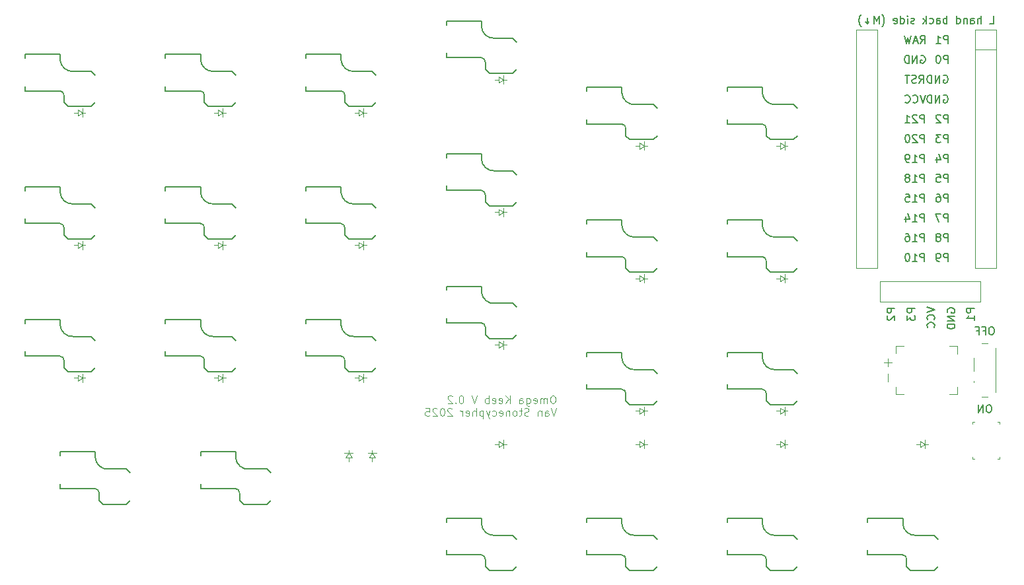
<source format=gbr>
%TF.GenerationSoftware,KiCad,Pcbnew,8.0.7*%
%TF.CreationDate,2025-01-05T11:09:37-06:00*%
%TF.ProjectId,omega_pcb_mbx_b0.2,6f6d6567-615f-4706-9362-5f6d62785f62,v1.0.0*%
%TF.SameCoordinates,Original*%
%TF.FileFunction,Legend,Bot*%
%TF.FilePolarity,Positive*%
%FSLAX46Y46*%
G04 Gerber Fmt 4.6, Leading zero omitted, Abs format (unit mm)*
G04 Created by KiCad (PCBNEW 8.0.7) date 2025-01-05 11:09:37*
%MOMM*%
%LPD*%
G01*
G04 APERTURE LIST*
%ADD10C,0.100000*%
%ADD11C,0.150000*%
%ADD12C,0.120000*%
G04 APERTURE END LIST*
D10*
X100755639Y-91262475D02*
X100565163Y-91262475D01*
X100565163Y-91262475D02*
X100469925Y-91310094D01*
X100469925Y-91310094D02*
X100374687Y-91405332D01*
X100374687Y-91405332D02*
X100327068Y-91595808D01*
X100327068Y-91595808D02*
X100327068Y-91929141D01*
X100327068Y-91929141D02*
X100374687Y-92119617D01*
X100374687Y-92119617D02*
X100469925Y-92214856D01*
X100469925Y-92214856D02*
X100565163Y-92262475D01*
X100565163Y-92262475D02*
X100755639Y-92262475D01*
X100755639Y-92262475D02*
X100850877Y-92214856D01*
X100850877Y-92214856D02*
X100946115Y-92119617D01*
X100946115Y-92119617D02*
X100993734Y-91929141D01*
X100993734Y-91929141D02*
X100993734Y-91595808D01*
X100993734Y-91595808D02*
X100946115Y-91405332D01*
X100946115Y-91405332D02*
X100850877Y-91310094D01*
X100850877Y-91310094D02*
X100755639Y-91262475D01*
X99898496Y-92262475D02*
X99898496Y-91595808D01*
X99898496Y-91691046D02*
X99850877Y-91643427D01*
X99850877Y-91643427D02*
X99755639Y-91595808D01*
X99755639Y-91595808D02*
X99612782Y-91595808D01*
X99612782Y-91595808D02*
X99517544Y-91643427D01*
X99517544Y-91643427D02*
X99469925Y-91738665D01*
X99469925Y-91738665D02*
X99469925Y-92262475D01*
X99469925Y-91738665D02*
X99422306Y-91643427D01*
X99422306Y-91643427D02*
X99327068Y-91595808D01*
X99327068Y-91595808D02*
X99184211Y-91595808D01*
X99184211Y-91595808D02*
X99088972Y-91643427D01*
X99088972Y-91643427D02*
X99041353Y-91738665D01*
X99041353Y-91738665D02*
X99041353Y-92262475D01*
X98184211Y-92214856D02*
X98279449Y-92262475D01*
X98279449Y-92262475D02*
X98469925Y-92262475D01*
X98469925Y-92262475D02*
X98565163Y-92214856D01*
X98565163Y-92214856D02*
X98612782Y-92119617D01*
X98612782Y-92119617D02*
X98612782Y-91738665D01*
X98612782Y-91738665D02*
X98565163Y-91643427D01*
X98565163Y-91643427D02*
X98469925Y-91595808D01*
X98469925Y-91595808D02*
X98279449Y-91595808D01*
X98279449Y-91595808D02*
X98184211Y-91643427D01*
X98184211Y-91643427D02*
X98136592Y-91738665D01*
X98136592Y-91738665D02*
X98136592Y-91833903D01*
X98136592Y-91833903D02*
X98612782Y-91929141D01*
X97279449Y-91595808D02*
X97279449Y-92405332D01*
X97279449Y-92405332D02*
X97327068Y-92500570D01*
X97327068Y-92500570D02*
X97374687Y-92548189D01*
X97374687Y-92548189D02*
X97469925Y-92595808D01*
X97469925Y-92595808D02*
X97612782Y-92595808D01*
X97612782Y-92595808D02*
X97708020Y-92548189D01*
X97279449Y-92214856D02*
X97374687Y-92262475D01*
X97374687Y-92262475D02*
X97565163Y-92262475D01*
X97565163Y-92262475D02*
X97660401Y-92214856D01*
X97660401Y-92214856D02*
X97708020Y-92167236D01*
X97708020Y-92167236D02*
X97755639Y-92071998D01*
X97755639Y-92071998D02*
X97755639Y-91786284D01*
X97755639Y-91786284D02*
X97708020Y-91691046D01*
X97708020Y-91691046D02*
X97660401Y-91643427D01*
X97660401Y-91643427D02*
X97565163Y-91595808D01*
X97565163Y-91595808D02*
X97374687Y-91595808D01*
X97374687Y-91595808D02*
X97279449Y-91643427D01*
X96374687Y-92262475D02*
X96374687Y-91738665D01*
X96374687Y-91738665D02*
X96422306Y-91643427D01*
X96422306Y-91643427D02*
X96517544Y-91595808D01*
X96517544Y-91595808D02*
X96708020Y-91595808D01*
X96708020Y-91595808D02*
X96803258Y-91643427D01*
X96374687Y-92214856D02*
X96469925Y-92262475D01*
X96469925Y-92262475D02*
X96708020Y-92262475D01*
X96708020Y-92262475D02*
X96803258Y-92214856D01*
X96803258Y-92214856D02*
X96850877Y-92119617D01*
X96850877Y-92119617D02*
X96850877Y-92024379D01*
X96850877Y-92024379D02*
X96803258Y-91929141D01*
X96803258Y-91929141D02*
X96708020Y-91881522D01*
X96708020Y-91881522D02*
X96469925Y-91881522D01*
X96469925Y-91881522D02*
X96374687Y-91833903D01*
X95136591Y-92262475D02*
X95136591Y-91262475D01*
X94565163Y-92262475D02*
X94993734Y-91691046D01*
X94565163Y-91262475D02*
X95136591Y-91833903D01*
X93755639Y-92214856D02*
X93850877Y-92262475D01*
X93850877Y-92262475D02*
X94041353Y-92262475D01*
X94041353Y-92262475D02*
X94136591Y-92214856D01*
X94136591Y-92214856D02*
X94184210Y-92119617D01*
X94184210Y-92119617D02*
X94184210Y-91738665D01*
X94184210Y-91738665D02*
X94136591Y-91643427D01*
X94136591Y-91643427D02*
X94041353Y-91595808D01*
X94041353Y-91595808D02*
X93850877Y-91595808D01*
X93850877Y-91595808D02*
X93755639Y-91643427D01*
X93755639Y-91643427D02*
X93708020Y-91738665D01*
X93708020Y-91738665D02*
X93708020Y-91833903D01*
X93708020Y-91833903D02*
X94184210Y-91929141D01*
X92898496Y-92214856D02*
X92993734Y-92262475D01*
X92993734Y-92262475D02*
X93184210Y-92262475D01*
X93184210Y-92262475D02*
X93279448Y-92214856D01*
X93279448Y-92214856D02*
X93327067Y-92119617D01*
X93327067Y-92119617D02*
X93327067Y-91738665D01*
X93327067Y-91738665D02*
X93279448Y-91643427D01*
X93279448Y-91643427D02*
X93184210Y-91595808D01*
X93184210Y-91595808D02*
X92993734Y-91595808D01*
X92993734Y-91595808D02*
X92898496Y-91643427D01*
X92898496Y-91643427D02*
X92850877Y-91738665D01*
X92850877Y-91738665D02*
X92850877Y-91833903D01*
X92850877Y-91833903D02*
X93327067Y-91929141D01*
X92422305Y-92262475D02*
X92422305Y-91262475D01*
X92422305Y-91643427D02*
X92327067Y-91595808D01*
X92327067Y-91595808D02*
X92136591Y-91595808D01*
X92136591Y-91595808D02*
X92041353Y-91643427D01*
X92041353Y-91643427D02*
X91993734Y-91691046D01*
X91993734Y-91691046D02*
X91946115Y-91786284D01*
X91946115Y-91786284D02*
X91946115Y-92071998D01*
X91946115Y-92071998D02*
X91993734Y-92167236D01*
X91993734Y-92167236D02*
X92041353Y-92214856D01*
X92041353Y-92214856D02*
X92136591Y-92262475D01*
X92136591Y-92262475D02*
X92327067Y-92262475D01*
X92327067Y-92262475D02*
X92422305Y-92214856D01*
X90898495Y-91262475D02*
X90565162Y-92262475D01*
X90565162Y-92262475D02*
X90231829Y-91262475D01*
X88946114Y-91262475D02*
X88850876Y-91262475D01*
X88850876Y-91262475D02*
X88755638Y-91310094D01*
X88755638Y-91310094D02*
X88708019Y-91357713D01*
X88708019Y-91357713D02*
X88660400Y-91452951D01*
X88660400Y-91452951D02*
X88612781Y-91643427D01*
X88612781Y-91643427D02*
X88612781Y-91881522D01*
X88612781Y-91881522D02*
X88660400Y-92071998D01*
X88660400Y-92071998D02*
X88708019Y-92167236D01*
X88708019Y-92167236D02*
X88755638Y-92214856D01*
X88755638Y-92214856D02*
X88850876Y-92262475D01*
X88850876Y-92262475D02*
X88946114Y-92262475D01*
X88946114Y-92262475D02*
X89041352Y-92214856D01*
X89041352Y-92214856D02*
X89088971Y-92167236D01*
X89088971Y-92167236D02*
X89136590Y-92071998D01*
X89136590Y-92071998D02*
X89184209Y-91881522D01*
X89184209Y-91881522D02*
X89184209Y-91643427D01*
X89184209Y-91643427D02*
X89136590Y-91452951D01*
X89136590Y-91452951D02*
X89088971Y-91357713D01*
X89088971Y-91357713D02*
X89041352Y-91310094D01*
X89041352Y-91310094D02*
X88946114Y-91262475D01*
X88184209Y-92167236D02*
X88136590Y-92214856D01*
X88136590Y-92214856D02*
X88184209Y-92262475D01*
X88184209Y-92262475D02*
X88231828Y-92214856D01*
X88231828Y-92214856D02*
X88184209Y-92167236D01*
X88184209Y-92167236D02*
X88184209Y-92262475D01*
X87755638Y-91357713D02*
X87708019Y-91310094D01*
X87708019Y-91310094D02*
X87612781Y-91262475D01*
X87612781Y-91262475D02*
X87374686Y-91262475D01*
X87374686Y-91262475D02*
X87279448Y-91310094D01*
X87279448Y-91310094D02*
X87231829Y-91357713D01*
X87231829Y-91357713D02*
X87184210Y-91452951D01*
X87184210Y-91452951D02*
X87184210Y-91548189D01*
X87184210Y-91548189D02*
X87231829Y-91691046D01*
X87231829Y-91691046D02*
X87803257Y-92262475D01*
X87803257Y-92262475D02*
X87184210Y-92262475D01*
X101088972Y-92872419D02*
X100755639Y-93872419D01*
X100755639Y-93872419D02*
X100422306Y-92872419D01*
X99660401Y-93872419D02*
X99660401Y-93348609D01*
X99660401Y-93348609D02*
X99708020Y-93253371D01*
X99708020Y-93253371D02*
X99803258Y-93205752D01*
X99803258Y-93205752D02*
X99993734Y-93205752D01*
X99993734Y-93205752D02*
X100088972Y-93253371D01*
X99660401Y-93824800D02*
X99755639Y-93872419D01*
X99755639Y-93872419D02*
X99993734Y-93872419D01*
X99993734Y-93872419D02*
X100088972Y-93824800D01*
X100088972Y-93824800D02*
X100136591Y-93729561D01*
X100136591Y-93729561D02*
X100136591Y-93634323D01*
X100136591Y-93634323D02*
X100088972Y-93539085D01*
X100088972Y-93539085D02*
X99993734Y-93491466D01*
X99993734Y-93491466D02*
X99755639Y-93491466D01*
X99755639Y-93491466D02*
X99660401Y-93443847D01*
X99184210Y-93205752D02*
X99184210Y-93872419D01*
X99184210Y-93300990D02*
X99136591Y-93253371D01*
X99136591Y-93253371D02*
X99041353Y-93205752D01*
X99041353Y-93205752D02*
X98898496Y-93205752D01*
X98898496Y-93205752D02*
X98803258Y-93253371D01*
X98803258Y-93253371D02*
X98755639Y-93348609D01*
X98755639Y-93348609D02*
X98755639Y-93872419D01*
X97565162Y-93824800D02*
X97422305Y-93872419D01*
X97422305Y-93872419D02*
X97184210Y-93872419D01*
X97184210Y-93872419D02*
X97088972Y-93824800D01*
X97088972Y-93824800D02*
X97041353Y-93777180D01*
X97041353Y-93777180D02*
X96993734Y-93681942D01*
X96993734Y-93681942D02*
X96993734Y-93586704D01*
X96993734Y-93586704D02*
X97041353Y-93491466D01*
X97041353Y-93491466D02*
X97088972Y-93443847D01*
X97088972Y-93443847D02*
X97184210Y-93396228D01*
X97184210Y-93396228D02*
X97374686Y-93348609D01*
X97374686Y-93348609D02*
X97469924Y-93300990D01*
X97469924Y-93300990D02*
X97517543Y-93253371D01*
X97517543Y-93253371D02*
X97565162Y-93158133D01*
X97565162Y-93158133D02*
X97565162Y-93062895D01*
X97565162Y-93062895D02*
X97517543Y-92967657D01*
X97517543Y-92967657D02*
X97469924Y-92920038D01*
X97469924Y-92920038D02*
X97374686Y-92872419D01*
X97374686Y-92872419D02*
X97136591Y-92872419D01*
X97136591Y-92872419D02*
X96993734Y-92920038D01*
X96708019Y-93205752D02*
X96327067Y-93205752D01*
X96565162Y-92872419D02*
X96565162Y-93729561D01*
X96565162Y-93729561D02*
X96517543Y-93824800D01*
X96517543Y-93824800D02*
X96422305Y-93872419D01*
X96422305Y-93872419D02*
X96327067Y-93872419D01*
X95850876Y-93872419D02*
X95946114Y-93824800D01*
X95946114Y-93824800D02*
X95993733Y-93777180D01*
X95993733Y-93777180D02*
X96041352Y-93681942D01*
X96041352Y-93681942D02*
X96041352Y-93396228D01*
X96041352Y-93396228D02*
X95993733Y-93300990D01*
X95993733Y-93300990D02*
X95946114Y-93253371D01*
X95946114Y-93253371D02*
X95850876Y-93205752D01*
X95850876Y-93205752D02*
X95708019Y-93205752D01*
X95708019Y-93205752D02*
X95612781Y-93253371D01*
X95612781Y-93253371D02*
X95565162Y-93300990D01*
X95565162Y-93300990D02*
X95517543Y-93396228D01*
X95517543Y-93396228D02*
X95517543Y-93681942D01*
X95517543Y-93681942D02*
X95565162Y-93777180D01*
X95565162Y-93777180D02*
X95612781Y-93824800D01*
X95612781Y-93824800D02*
X95708019Y-93872419D01*
X95708019Y-93872419D02*
X95850876Y-93872419D01*
X95088971Y-93205752D02*
X95088971Y-93872419D01*
X95088971Y-93300990D02*
X95041352Y-93253371D01*
X95041352Y-93253371D02*
X94946114Y-93205752D01*
X94946114Y-93205752D02*
X94803257Y-93205752D01*
X94803257Y-93205752D02*
X94708019Y-93253371D01*
X94708019Y-93253371D02*
X94660400Y-93348609D01*
X94660400Y-93348609D02*
X94660400Y-93872419D01*
X93803257Y-93824800D02*
X93898495Y-93872419D01*
X93898495Y-93872419D02*
X94088971Y-93872419D01*
X94088971Y-93872419D02*
X94184209Y-93824800D01*
X94184209Y-93824800D02*
X94231828Y-93729561D01*
X94231828Y-93729561D02*
X94231828Y-93348609D01*
X94231828Y-93348609D02*
X94184209Y-93253371D01*
X94184209Y-93253371D02*
X94088971Y-93205752D01*
X94088971Y-93205752D02*
X93898495Y-93205752D01*
X93898495Y-93205752D02*
X93803257Y-93253371D01*
X93803257Y-93253371D02*
X93755638Y-93348609D01*
X93755638Y-93348609D02*
X93755638Y-93443847D01*
X93755638Y-93443847D02*
X94231828Y-93539085D01*
X92898495Y-93824800D02*
X92993733Y-93872419D01*
X92993733Y-93872419D02*
X93184209Y-93872419D01*
X93184209Y-93872419D02*
X93279447Y-93824800D01*
X93279447Y-93824800D02*
X93327066Y-93777180D01*
X93327066Y-93777180D02*
X93374685Y-93681942D01*
X93374685Y-93681942D02*
X93374685Y-93396228D01*
X93374685Y-93396228D02*
X93327066Y-93300990D01*
X93327066Y-93300990D02*
X93279447Y-93253371D01*
X93279447Y-93253371D02*
X93184209Y-93205752D01*
X93184209Y-93205752D02*
X92993733Y-93205752D01*
X92993733Y-93205752D02*
X92898495Y-93253371D01*
X92565161Y-93205752D02*
X92327066Y-93872419D01*
X92088971Y-93205752D02*
X92327066Y-93872419D01*
X92327066Y-93872419D02*
X92422304Y-94110514D01*
X92422304Y-94110514D02*
X92469923Y-94158133D01*
X92469923Y-94158133D02*
X92565161Y-94205752D01*
X91708018Y-93205752D02*
X91708018Y-94205752D01*
X91708018Y-93253371D02*
X91612780Y-93205752D01*
X91612780Y-93205752D02*
X91422304Y-93205752D01*
X91422304Y-93205752D02*
X91327066Y-93253371D01*
X91327066Y-93253371D02*
X91279447Y-93300990D01*
X91279447Y-93300990D02*
X91231828Y-93396228D01*
X91231828Y-93396228D02*
X91231828Y-93681942D01*
X91231828Y-93681942D02*
X91279447Y-93777180D01*
X91279447Y-93777180D02*
X91327066Y-93824800D01*
X91327066Y-93824800D02*
X91422304Y-93872419D01*
X91422304Y-93872419D02*
X91612780Y-93872419D01*
X91612780Y-93872419D02*
X91708018Y-93824800D01*
X90803256Y-93872419D02*
X90803256Y-92872419D01*
X90374685Y-93872419D02*
X90374685Y-93348609D01*
X90374685Y-93348609D02*
X90422304Y-93253371D01*
X90422304Y-93253371D02*
X90517542Y-93205752D01*
X90517542Y-93205752D02*
X90660399Y-93205752D01*
X90660399Y-93205752D02*
X90755637Y-93253371D01*
X90755637Y-93253371D02*
X90803256Y-93300990D01*
X89517542Y-93824800D02*
X89612780Y-93872419D01*
X89612780Y-93872419D02*
X89803256Y-93872419D01*
X89803256Y-93872419D02*
X89898494Y-93824800D01*
X89898494Y-93824800D02*
X89946113Y-93729561D01*
X89946113Y-93729561D02*
X89946113Y-93348609D01*
X89946113Y-93348609D02*
X89898494Y-93253371D01*
X89898494Y-93253371D02*
X89803256Y-93205752D01*
X89803256Y-93205752D02*
X89612780Y-93205752D01*
X89612780Y-93205752D02*
X89517542Y-93253371D01*
X89517542Y-93253371D02*
X89469923Y-93348609D01*
X89469923Y-93348609D02*
X89469923Y-93443847D01*
X89469923Y-93443847D02*
X89946113Y-93539085D01*
X89041351Y-93872419D02*
X89041351Y-93205752D01*
X89041351Y-93396228D02*
X88993732Y-93300990D01*
X88993732Y-93300990D02*
X88946113Y-93253371D01*
X88946113Y-93253371D02*
X88850875Y-93205752D01*
X88850875Y-93205752D02*
X88755637Y-93205752D01*
X87708017Y-92967657D02*
X87660398Y-92920038D01*
X87660398Y-92920038D02*
X87565160Y-92872419D01*
X87565160Y-92872419D02*
X87327065Y-92872419D01*
X87327065Y-92872419D02*
X87231827Y-92920038D01*
X87231827Y-92920038D02*
X87184208Y-92967657D01*
X87184208Y-92967657D02*
X87136589Y-93062895D01*
X87136589Y-93062895D02*
X87136589Y-93158133D01*
X87136589Y-93158133D02*
X87184208Y-93300990D01*
X87184208Y-93300990D02*
X87755636Y-93872419D01*
X87755636Y-93872419D02*
X87136589Y-93872419D01*
X86517541Y-92872419D02*
X86422303Y-92872419D01*
X86422303Y-92872419D02*
X86327065Y-92920038D01*
X86327065Y-92920038D02*
X86279446Y-92967657D01*
X86279446Y-92967657D02*
X86231827Y-93062895D01*
X86231827Y-93062895D02*
X86184208Y-93253371D01*
X86184208Y-93253371D02*
X86184208Y-93491466D01*
X86184208Y-93491466D02*
X86231827Y-93681942D01*
X86231827Y-93681942D02*
X86279446Y-93777180D01*
X86279446Y-93777180D02*
X86327065Y-93824800D01*
X86327065Y-93824800D02*
X86422303Y-93872419D01*
X86422303Y-93872419D02*
X86517541Y-93872419D01*
X86517541Y-93872419D02*
X86612779Y-93824800D01*
X86612779Y-93824800D02*
X86660398Y-93777180D01*
X86660398Y-93777180D02*
X86708017Y-93681942D01*
X86708017Y-93681942D02*
X86755636Y-93491466D01*
X86755636Y-93491466D02*
X86755636Y-93253371D01*
X86755636Y-93253371D02*
X86708017Y-93062895D01*
X86708017Y-93062895D02*
X86660398Y-92967657D01*
X86660398Y-92967657D02*
X86612779Y-92920038D01*
X86612779Y-92920038D02*
X86517541Y-92872419D01*
X85803255Y-92967657D02*
X85755636Y-92920038D01*
X85755636Y-92920038D02*
X85660398Y-92872419D01*
X85660398Y-92872419D02*
X85422303Y-92872419D01*
X85422303Y-92872419D02*
X85327065Y-92920038D01*
X85327065Y-92920038D02*
X85279446Y-92967657D01*
X85279446Y-92967657D02*
X85231827Y-93062895D01*
X85231827Y-93062895D02*
X85231827Y-93158133D01*
X85231827Y-93158133D02*
X85279446Y-93300990D01*
X85279446Y-93300990D02*
X85850874Y-93872419D01*
X85850874Y-93872419D02*
X85231827Y-93872419D01*
X84327065Y-92872419D02*
X84803255Y-92872419D01*
X84803255Y-92872419D02*
X84850874Y-93348609D01*
X84850874Y-93348609D02*
X84803255Y-93300990D01*
X84803255Y-93300990D02*
X84708017Y-93253371D01*
X84708017Y-93253371D02*
X84469922Y-93253371D01*
X84469922Y-93253371D02*
X84374684Y-93300990D01*
X84374684Y-93300990D02*
X84327065Y-93348609D01*
X84327065Y-93348609D02*
X84279446Y-93443847D01*
X84279446Y-93443847D02*
X84279446Y-93681942D01*
X84279446Y-93681942D02*
X84327065Y-93777180D01*
X84327065Y-93777180D02*
X84374684Y-93824800D01*
X84374684Y-93824800D02*
X84469922Y-93872419D01*
X84469922Y-93872419D02*
X84708017Y-93872419D01*
X84708017Y-93872419D02*
X84803255Y-93824800D01*
X84803255Y-93824800D02*
X84850874Y-93777180D01*
D11*
X154674819Y-80086779D02*
X153674819Y-80086779D01*
X153674819Y-80086779D02*
X153674819Y-80467731D01*
X153674819Y-80467731D02*
X153722438Y-80562969D01*
X153722438Y-80562969D02*
X153770057Y-80610588D01*
X153770057Y-80610588D02*
X153865295Y-80658207D01*
X153865295Y-80658207D02*
X154008152Y-80658207D01*
X154008152Y-80658207D02*
X154103390Y-80610588D01*
X154103390Y-80610588D02*
X154151009Y-80562969D01*
X154151009Y-80562969D02*
X154198628Y-80467731D01*
X154198628Y-80467731D02*
X154198628Y-80086779D01*
X154674819Y-81610588D02*
X154674819Y-81039160D01*
X154674819Y-81324874D02*
X153674819Y-81324874D01*
X153674819Y-81324874D02*
X153817676Y-81229636D01*
X153817676Y-81229636D02*
X153912914Y-81134398D01*
X153912914Y-81134398D02*
X153960533Y-81039160D01*
X144474819Y-80086779D02*
X143474819Y-80086779D01*
X143474819Y-80086779D02*
X143474819Y-80467731D01*
X143474819Y-80467731D02*
X143522438Y-80562969D01*
X143522438Y-80562969D02*
X143570057Y-80610588D01*
X143570057Y-80610588D02*
X143665295Y-80658207D01*
X143665295Y-80658207D02*
X143808152Y-80658207D01*
X143808152Y-80658207D02*
X143903390Y-80610588D01*
X143903390Y-80610588D02*
X143951009Y-80562969D01*
X143951009Y-80562969D02*
X143998628Y-80467731D01*
X143998628Y-80467731D02*
X143998628Y-80086779D01*
X143570057Y-81039160D02*
X143522438Y-81086779D01*
X143522438Y-81086779D02*
X143474819Y-81182017D01*
X143474819Y-81182017D02*
X143474819Y-81420112D01*
X143474819Y-81420112D02*
X143522438Y-81515350D01*
X143522438Y-81515350D02*
X143570057Y-81562969D01*
X143570057Y-81562969D02*
X143665295Y-81610588D01*
X143665295Y-81610588D02*
X143760533Y-81610588D01*
X143760533Y-81610588D02*
X143903390Y-81562969D01*
X143903390Y-81562969D02*
X144474819Y-80991541D01*
X144474819Y-80991541D02*
X144474819Y-81610588D01*
X148604819Y-79943922D02*
X149604819Y-80277255D01*
X149604819Y-80277255D02*
X148604819Y-80610588D01*
X149509580Y-81515350D02*
X149557200Y-81467731D01*
X149557200Y-81467731D02*
X149604819Y-81324874D01*
X149604819Y-81324874D02*
X149604819Y-81229636D01*
X149604819Y-81229636D02*
X149557200Y-81086779D01*
X149557200Y-81086779D02*
X149461961Y-80991541D01*
X149461961Y-80991541D02*
X149366723Y-80943922D01*
X149366723Y-80943922D02*
X149176247Y-80896303D01*
X149176247Y-80896303D02*
X149033390Y-80896303D01*
X149033390Y-80896303D02*
X148842914Y-80943922D01*
X148842914Y-80943922D02*
X148747676Y-80991541D01*
X148747676Y-80991541D02*
X148652438Y-81086779D01*
X148652438Y-81086779D02*
X148604819Y-81229636D01*
X148604819Y-81229636D02*
X148604819Y-81324874D01*
X148604819Y-81324874D02*
X148652438Y-81467731D01*
X148652438Y-81467731D02*
X148700057Y-81515350D01*
X149509580Y-82515350D02*
X149557200Y-82467731D01*
X149557200Y-82467731D02*
X149604819Y-82324874D01*
X149604819Y-82324874D02*
X149604819Y-82229636D01*
X149604819Y-82229636D02*
X149557200Y-82086779D01*
X149557200Y-82086779D02*
X149461961Y-81991541D01*
X149461961Y-81991541D02*
X149366723Y-81943922D01*
X149366723Y-81943922D02*
X149176247Y-81896303D01*
X149176247Y-81896303D02*
X149033390Y-81896303D01*
X149033390Y-81896303D02*
X148842914Y-81943922D01*
X148842914Y-81943922D02*
X148747676Y-81991541D01*
X148747676Y-81991541D02*
X148652438Y-82086779D01*
X148652438Y-82086779D02*
X148604819Y-82229636D01*
X148604819Y-82229636D02*
X148604819Y-82324874D01*
X148604819Y-82324874D02*
X148652438Y-82467731D01*
X148652438Y-82467731D02*
X148700057Y-82515350D01*
X151222438Y-80610588D02*
X151174819Y-80515350D01*
X151174819Y-80515350D02*
X151174819Y-80372493D01*
X151174819Y-80372493D02*
X151222438Y-80229636D01*
X151222438Y-80229636D02*
X151317676Y-80134398D01*
X151317676Y-80134398D02*
X151412914Y-80086779D01*
X151412914Y-80086779D02*
X151603390Y-80039160D01*
X151603390Y-80039160D02*
X151746247Y-80039160D01*
X151746247Y-80039160D02*
X151936723Y-80086779D01*
X151936723Y-80086779D02*
X152031961Y-80134398D01*
X152031961Y-80134398D02*
X152127200Y-80229636D01*
X152127200Y-80229636D02*
X152174819Y-80372493D01*
X152174819Y-80372493D02*
X152174819Y-80467731D01*
X152174819Y-80467731D02*
X152127200Y-80610588D01*
X152127200Y-80610588D02*
X152079580Y-80658207D01*
X152079580Y-80658207D02*
X151746247Y-80658207D01*
X151746247Y-80658207D02*
X151746247Y-80467731D01*
X152174819Y-81086779D02*
X151174819Y-81086779D01*
X151174819Y-81086779D02*
X152174819Y-81658207D01*
X152174819Y-81658207D02*
X151174819Y-81658207D01*
X152174819Y-82134398D02*
X151174819Y-82134398D01*
X151174819Y-82134398D02*
X151174819Y-82372493D01*
X151174819Y-82372493D02*
X151222438Y-82515350D01*
X151222438Y-82515350D02*
X151317676Y-82610588D01*
X151317676Y-82610588D02*
X151412914Y-82658207D01*
X151412914Y-82658207D02*
X151603390Y-82705826D01*
X151603390Y-82705826D02*
X151746247Y-82705826D01*
X151746247Y-82705826D02*
X151936723Y-82658207D01*
X151936723Y-82658207D02*
X152031961Y-82610588D01*
X152031961Y-82610588D02*
X152127200Y-82515350D01*
X152127200Y-82515350D02*
X152174819Y-82372493D01*
X152174819Y-82372493D02*
X152174819Y-82134398D01*
X147074819Y-80086779D02*
X146074819Y-80086779D01*
X146074819Y-80086779D02*
X146074819Y-80467731D01*
X146074819Y-80467731D02*
X146122438Y-80562969D01*
X146122438Y-80562969D02*
X146170057Y-80610588D01*
X146170057Y-80610588D02*
X146265295Y-80658207D01*
X146265295Y-80658207D02*
X146408152Y-80658207D01*
X146408152Y-80658207D02*
X146503390Y-80610588D01*
X146503390Y-80610588D02*
X146551009Y-80562969D01*
X146551009Y-80562969D02*
X146598628Y-80467731D01*
X146598628Y-80467731D02*
X146598628Y-80086779D01*
X146074819Y-80991541D02*
X146074819Y-81610588D01*
X146074819Y-81610588D02*
X146455771Y-81277255D01*
X146455771Y-81277255D02*
X146455771Y-81420112D01*
X146455771Y-81420112D02*
X146503390Y-81515350D01*
X146503390Y-81515350D02*
X146551009Y-81562969D01*
X146551009Y-81562969D02*
X146646247Y-81610588D01*
X146646247Y-81610588D02*
X146884342Y-81610588D01*
X146884342Y-81610588D02*
X146979580Y-81562969D01*
X146979580Y-81562969D02*
X147027200Y-81515350D01*
X147027200Y-81515350D02*
X147074819Y-81420112D01*
X147074819Y-81420112D02*
X147074819Y-81134398D01*
X147074819Y-81134398D02*
X147027200Y-81039160D01*
X147027200Y-81039160D02*
X146979580Y-80991541D01*
X151278094Y-74044819D02*
X151278094Y-73044819D01*
X151278094Y-73044819D02*
X150897142Y-73044819D01*
X150897142Y-73044819D02*
X150801904Y-73092438D01*
X150801904Y-73092438D02*
X150754285Y-73140057D01*
X150754285Y-73140057D02*
X150706666Y-73235295D01*
X150706666Y-73235295D02*
X150706666Y-73378152D01*
X150706666Y-73378152D02*
X150754285Y-73473390D01*
X150754285Y-73473390D02*
X150801904Y-73521009D01*
X150801904Y-73521009D02*
X150897142Y-73568628D01*
X150897142Y-73568628D02*
X151278094Y-73568628D01*
X150230475Y-74044819D02*
X150039999Y-74044819D01*
X150039999Y-74044819D02*
X149944761Y-73997200D01*
X149944761Y-73997200D02*
X149897142Y-73949580D01*
X149897142Y-73949580D02*
X149801904Y-73806723D01*
X149801904Y-73806723D02*
X149754285Y-73616247D01*
X149754285Y-73616247D02*
X149754285Y-73235295D01*
X149754285Y-73235295D02*
X149801904Y-73140057D01*
X149801904Y-73140057D02*
X149849523Y-73092438D01*
X149849523Y-73092438D02*
X149944761Y-73044819D01*
X149944761Y-73044819D02*
X150135237Y-73044819D01*
X150135237Y-73044819D02*
X150230475Y-73092438D01*
X150230475Y-73092438D02*
X150278094Y-73140057D01*
X150278094Y-73140057D02*
X150325713Y-73235295D01*
X150325713Y-73235295D02*
X150325713Y-73473390D01*
X150325713Y-73473390D02*
X150278094Y-73568628D01*
X150278094Y-73568628D02*
X150230475Y-73616247D01*
X150230475Y-73616247D02*
X150135237Y-73663866D01*
X150135237Y-73663866D02*
X149944761Y-73663866D01*
X149944761Y-73663866D02*
X149849523Y-73616247D01*
X149849523Y-73616247D02*
X149801904Y-73568628D01*
X149801904Y-73568628D02*
X149754285Y-73473390D01*
X151278094Y-71504819D02*
X151278094Y-70504819D01*
X151278094Y-70504819D02*
X150897142Y-70504819D01*
X150897142Y-70504819D02*
X150801904Y-70552438D01*
X150801904Y-70552438D02*
X150754285Y-70600057D01*
X150754285Y-70600057D02*
X150706666Y-70695295D01*
X150706666Y-70695295D02*
X150706666Y-70838152D01*
X150706666Y-70838152D02*
X150754285Y-70933390D01*
X150754285Y-70933390D02*
X150801904Y-70981009D01*
X150801904Y-70981009D02*
X150897142Y-71028628D01*
X150897142Y-71028628D02*
X151278094Y-71028628D01*
X150135237Y-70933390D02*
X150230475Y-70885771D01*
X150230475Y-70885771D02*
X150278094Y-70838152D01*
X150278094Y-70838152D02*
X150325713Y-70742914D01*
X150325713Y-70742914D02*
X150325713Y-70695295D01*
X150325713Y-70695295D02*
X150278094Y-70600057D01*
X150278094Y-70600057D02*
X150230475Y-70552438D01*
X150230475Y-70552438D02*
X150135237Y-70504819D01*
X150135237Y-70504819D02*
X149944761Y-70504819D01*
X149944761Y-70504819D02*
X149849523Y-70552438D01*
X149849523Y-70552438D02*
X149801904Y-70600057D01*
X149801904Y-70600057D02*
X149754285Y-70695295D01*
X149754285Y-70695295D02*
X149754285Y-70742914D01*
X149754285Y-70742914D02*
X149801904Y-70838152D01*
X149801904Y-70838152D02*
X149849523Y-70885771D01*
X149849523Y-70885771D02*
X149944761Y-70933390D01*
X149944761Y-70933390D02*
X150135237Y-70933390D01*
X150135237Y-70933390D02*
X150230475Y-70981009D01*
X150230475Y-70981009D02*
X150278094Y-71028628D01*
X150278094Y-71028628D02*
X150325713Y-71123866D01*
X150325713Y-71123866D02*
X150325713Y-71314342D01*
X150325713Y-71314342D02*
X150278094Y-71409580D01*
X150278094Y-71409580D02*
X150230475Y-71457200D01*
X150230475Y-71457200D02*
X150135237Y-71504819D01*
X150135237Y-71504819D02*
X149944761Y-71504819D01*
X149944761Y-71504819D02*
X149849523Y-71457200D01*
X149849523Y-71457200D02*
X149801904Y-71409580D01*
X149801904Y-71409580D02*
X149754285Y-71314342D01*
X149754285Y-71314342D02*
X149754285Y-71123866D01*
X149754285Y-71123866D02*
X149801904Y-71028628D01*
X149801904Y-71028628D02*
X149849523Y-70981009D01*
X149849523Y-70981009D02*
X149944761Y-70933390D01*
X148264285Y-58804819D02*
X148264285Y-57804819D01*
X148264285Y-57804819D02*
X147883333Y-57804819D01*
X147883333Y-57804819D02*
X147788095Y-57852438D01*
X147788095Y-57852438D02*
X147740476Y-57900057D01*
X147740476Y-57900057D02*
X147692857Y-57995295D01*
X147692857Y-57995295D02*
X147692857Y-58138152D01*
X147692857Y-58138152D02*
X147740476Y-58233390D01*
X147740476Y-58233390D02*
X147788095Y-58281009D01*
X147788095Y-58281009D02*
X147883333Y-58328628D01*
X147883333Y-58328628D02*
X148264285Y-58328628D01*
X147311904Y-57900057D02*
X147264285Y-57852438D01*
X147264285Y-57852438D02*
X147169047Y-57804819D01*
X147169047Y-57804819D02*
X146930952Y-57804819D01*
X146930952Y-57804819D02*
X146835714Y-57852438D01*
X146835714Y-57852438D02*
X146788095Y-57900057D01*
X146788095Y-57900057D02*
X146740476Y-57995295D01*
X146740476Y-57995295D02*
X146740476Y-58090533D01*
X146740476Y-58090533D02*
X146788095Y-58233390D01*
X146788095Y-58233390D02*
X147359523Y-58804819D01*
X147359523Y-58804819D02*
X146740476Y-58804819D01*
X146121428Y-57804819D02*
X146026190Y-57804819D01*
X146026190Y-57804819D02*
X145930952Y-57852438D01*
X145930952Y-57852438D02*
X145883333Y-57900057D01*
X145883333Y-57900057D02*
X145835714Y-57995295D01*
X145835714Y-57995295D02*
X145788095Y-58185771D01*
X145788095Y-58185771D02*
X145788095Y-58423866D01*
X145788095Y-58423866D02*
X145835714Y-58614342D01*
X145835714Y-58614342D02*
X145883333Y-58709580D01*
X145883333Y-58709580D02*
X145930952Y-58757200D01*
X145930952Y-58757200D02*
X146026190Y-58804819D01*
X146026190Y-58804819D02*
X146121428Y-58804819D01*
X146121428Y-58804819D02*
X146216666Y-58757200D01*
X146216666Y-58757200D02*
X146264285Y-58709580D01*
X146264285Y-58709580D02*
X146311904Y-58614342D01*
X146311904Y-58614342D02*
X146359523Y-58423866D01*
X146359523Y-58423866D02*
X146359523Y-58185771D01*
X146359523Y-58185771D02*
X146311904Y-57995295D01*
X146311904Y-57995295D02*
X146264285Y-57900057D01*
X146264285Y-57900057D02*
X146216666Y-57852438D01*
X146216666Y-57852438D02*
X146121428Y-57804819D01*
X151278094Y-48644819D02*
X151278094Y-47644819D01*
X151278094Y-47644819D02*
X150897142Y-47644819D01*
X150897142Y-47644819D02*
X150801904Y-47692438D01*
X150801904Y-47692438D02*
X150754285Y-47740057D01*
X150754285Y-47740057D02*
X150706666Y-47835295D01*
X150706666Y-47835295D02*
X150706666Y-47978152D01*
X150706666Y-47978152D02*
X150754285Y-48073390D01*
X150754285Y-48073390D02*
X150801904Y-48121009D01*
X150801904Y-48121009D02*
X150897142Y-48168628D01*
X150897142Y-48168628D02*
X151278094Y-48168628D01*
X150087618Y-47644819D02*
X149992380Y-47644819D01*
X149992380Y-47644819D02*
X149897142Y-47692438D01*
X149897142Y-47692438D02*
X149849523Y-47740057D01*
X149849523Y-47740057D02*
X149801904Y-47835295D01*
X149801904Y-47835295D02*
X149754285Y-48025771D01*
X149754285Y-48025771D02*
X149754285Y-48263866D01*
X149754285Y-48263866D02*
X149801904Y-48454342D01*
X149801904Y-48454342D02*
X149849523Y-48549580D01*
X149849523Y-48549580D02*
X149897142Y-48597200D01*
X149897142Y-48597200D02*
X149992380Y-48644819D01*
X149992380Y-48644819D02*
X150087618Y-48644819D01*
X150087618Y-48644819D02*
X150182856Y-48597200D01*
X150182856Y-48597200D02*
X150230475Y-48549580D01*
X150230475Y-48549580D02*
X150278094Y-48454342D01*
X150278094Y-48454342D02*
X150325713Y-48263866D01*
X150325713Y-48263866D02*
X150325713Y-48025771D01*
X150325713Y-48025771D02*
X150278094Y-47835295D01*
X150278094Y-47835295D02*
X150230475Y-47740057D01*
X150230475Y-47740057D02*
X150182856Y-47692438D01*
X150182856Y-47692438D02*
X150087618Y-47644819D01*
X148264285Y-63884819D02*
X148264285Y-62884819D01*
X148264285Y-62884819D02*
X147883333Y-62884819D01*
X147883333Y-62884819D02*
X147788095Y-62932438D01*
X147788095Y-62932438D02*
X147740476Y-62980057D01*
X147740476Y-62980057D02*
X147692857Y-63075295D01*
X147692857Y-63075295D02*
X147692857Y-63218152D01*
X147692857Y-63218152D02*
X147740476Y-63313390D01*
X147740476Y-63313390D02*
X147788095Y-63361009D01*
X147788095Y-63361009D02*
X147883333Y-63408628D01*
X147883333Y-63408628D02*
X148264285Y-63408628D01*
X146740476Y-63884819D02*
X147311904Y-63884819D01*
X147026190Y-63884819D02*
X147026190Y-62884819D01*
X147026190Y-62884819D02*
X147121428Y-63027676D01*
X147121428Y-63027676D02*
X147216666Y-63122914D01*
X147216666Y-63122914D02*
X147311904Y-63170533D01*
X146169047Y-63313390D02*
X146264285Y-63265771D01*
X146264285Y-63265771D02*
X146311904Y-63218152D01*
X146311904Y-63218152D02*
X146359523Y-63122914D01*
X146359523Y-63122914D02*
X146359523Y-63075295D01*
X146359523Y-63075295D02*
X146311904Y-62980057D01*
X146311904Y-62980057D02*
X146264285Y-62932438D01*
X146264285Y-62932438D02*
X146169047Y-62884819D01*
X146169047Y-62884819D02*
X145978571Y-62884819D01*
X145978571Y-62884819D02*
X145883333Y-62932438D01*
X145883333Y-62932438D02*
X145835714Y-62980057D01*
X145835714Y-62980057D02*
X145788095Y-63075295D01*
X145788095Y-63075295D02*
X145788095Y-63122914D01*
X145788095Y-63122914D02*
X145835714Y-63218152D01*
X145835714Y-63218152D02*
X145883333Y-63265771D01*
X145883333Y-63265771D02*
X145978571Y-63313390D01*
X145978571Y-63313390D02*
X146169047Y-63313390D01*
X146169047Y-63313390D02*
X146264285Y-63361009D01*
X146264285Y-63361009D02*
X146311904Y-63408628D01*
X146311904Y-63408628D02*
X146359523Y-63503866D01*
X146359523Y-63503866D02*
X146359523Y-63694342D01*
X146359523Y-63694342D02*
X146311904Y-63789580D01*
X146311904Y-63789580D02*
X146264285Y-63837200D01*
X146264285Y-63837200D02*
X146169047Y-63884819D01*
X146169047Y-63884819D02*
X145978571Y-63884819D01*
X145978571Y-63884819D02*
X145883333Y-63837200D01*
X145883333Y-63837200D02*
X145835714Y-63789580D01*
X145835714Y-63789580D02*
X145788095Y-63694342D01*
X145788095Y-63694342D02*
X145788095Y-63503866D01*
X145788095Y-63503866D02*
X145835714Y-63408628D01*
X145835714Y-63408628D02*
X145883333Y-63361009D01*
X145883333Y-63361009D02*
X145978571Y-63313390D01*
X150711904Y-52772438D02*
X150807142Y-52724819D01*
X150807142Y-52724819D02*
X150949999Y-52724819D01*
X150949999Y-52724819D02*
X151092856Y-52772438D01*
X151092856Y-52772438D02*
X151188094Y-52867676D01*
X151188094Y-52867676D02*
X151235713Y-52962914D01*
X151235713Y-52962914D02*
X151283332Y-53153390D01*
X151283332Y-53153390D02*
X151283332Y-53296247D01*
X151283332Y-53296247D02*
X151235713Y-53486723D01*
X151235713Y-53486723D02*
X151188094Y-53581961D01*
X151188094Y-53581961D02*
X151092856Y-53677200D01*
X151092856Y-53677200D02*
X150949999Y-53724819D01*
X150949999Y-53724819D02*
X150854761Y-53724819D01*
X150854761Y-53724819D02*
X150711904Y-53677200D01*
X150711904Y-53677200D02*
X150664285Y-53629580D01*
X150664285Y-53629580D02*
X150664285Y-53296247D01*
X150664285Y-53296247D02*
X150854761Y-53296247D01*
X150235713Y-53724819D02*
X150235713Y-52724819D01*
X150235713Y-52724819D02*
X149664285Y-53724819D01*
X149664285Y-53724819D02*
X149664285Y-52724819D01*
X149188094Y-53724819D02*
X149188094Y-52724819D01*
X149188094Y-52724819D02*
X148949999Y-52724819D01*
X148949999Y-52724819D02*
X148807142Y-52772438D01*
X148807142Y-52772438D02*
X148711904Y-52867676D01*
X148711904Y-52867676D02*
X148664285Y-52962914D01*
X148664285Y-52962914D02*
X148616666Y-53153390D01*
X148616666Y-53153390D02*
X148616666Y-53296247D01*
X148616666Y-53296247D02*
X148664285Y-53486723D01*
X148664285Y-53486723D02*
X148711904Y-53581961D01*
X148711904Y-53581961D02*
X148807142Y-53677200D01*
X148807142Y-53677200D02*
X148949999Y-53724819D01*
X148949999Y-53724819D02*
X149188094Y-53724819D01*
X148383332Y-52724819D02*
X148049999Y-53724819D01*
X148049999Y-53724819D02*
X147716666Y-52724819D01*
X146811904Y-53629580D02*
X146859523Y-53677200D01*
X146859523Y-53677200D02*
X147002380Y-53724819D01*
X147002380Y-53724819D02*
X147097618Y-53724819D01*
X147097618Y-53724819D02*
X147240475Y-53677200D01*
X147240475Y-53677200D02*
X147335713Y-53581961D01*
X147335713Y-53581961D02*
X147383332Y-53486723D01*
X147383332Y-53486723D02*
X147430951Y-53296247D01*
X147430951Y-53296247D02*
X147430951Y-53153390D01*
X147430951Y-53153390D02*
X147383332Y-52962914D01*
X147383332Y-52962914D02*
X147335713Y-52867676D01*
X147335713Y-52867676D02*
X147240475Y-52772438D01*
X147240475Y-52772438D02*
X147097618Y-52724819D01*
X147097618Y-52724819D02*
X147002380Y-52724819D01*
X147002380Y-52724819D02*
X146859523Y-52772438D01*
X146859523Y-52772438D02*
X146811904Y-52820057D01*
X145811904Y-53629580D02*
X145859523Y-53677200D01*
X145859523Y-53677200D02*
X146002380Y-53724819D01*
X146002380Y-53724819D02*
X146097618Y-53724819D01*
X146097618Y-53724819D02*
X146240475Y-53677200D01*
X146240475Y-53677200D02*
X146335713Y-53581961D01*
X146335713Y-53581961D02*
X146383332Y-53486723D01*
X146383332Y-53486723D02*
X146430951Y-53296247D01*
X146430951Y-53296247D02*
X146430951Y-53153390D01*
X146430951Y-53153390D02*
X146383332Y-52962914D01*
X146383332Y-52962914D02*
X146335713Y-52867676D01*
X146335713Y-52867676D02*
X146240475Y-52772438D01*
X146240475Y-52772438D02*
X146097618Y-52724819D01*
X146097618Y-52724819D02*
X146002380Y-52724819D01*
X146002380Y-52724819D02*
X145859523Y-52772438D01*
X145859523Y-52772438D02*
X145811904Y-52820057D01*
X151278094Y-58804819D02*
X151278094Y-57804819D01*
X151278094Y-57804819D02*
X150897142Y-57804819D01*
X150897142Y-57804819D02*
X150801904Y-57852438D01*
X150801904Y-57852438D02*
X150754285Y-57900057D01*
X150754285Y-57900057D02*
X150706666Y-57995295D01*
X150706666Y-57995295D02*
X150706666Y-58138152D01*
X150706666Y-58138152D02*
X150754285Y-58233390D01*
X150754285Y-58233390D02*
X150801904Y-58281009D01*
X150801904Y-58281009D02*
X150897142Y-58328628D01*
X150897142Y-58328628D02*
X151278094Y-58328628D01*
X150373332Y-57804819D02*
X149754285Y-57804819D01*
X149754285Y-57804819D02*
X150087618Y-58185771D01*
X150087618Y-58185771D02*
X149944761Y-58185771D01*
X149944761Y-58185771D02*
X149849523Y-58233390D01*
X149849523Y-58233390D02*
X149801904Y-58281009D01*
X149801904Y-58281009D02*
X149754285Y-58376247D01*
X149754285Y-58376247D02*
X149754285Y-58614342D01*
X149754285Y-58614342D02*
X149801904Y-58709580D01*
X149801904Y-58709580D02*
X149849523Y-58757200D01*
X149849523Y-58757200D02*
X149944761Y-58804819D01*
X149944761Y-58804819D02*
X150230475Y-58804819D01*
X150230475Y-58804819D02*
X150325713Y-58757200D01*
X150325713Y-58757200D02*
X150373332Y-58709580D01*
X151278094Y-68964819D02*
X151278094Y-67964819D01*
X151278094Y-67964819D02*
X150897142Y-67964819D01*
X150897142Y-67964819D02*
X150801904Y-68012438D01*
X150801904Y-68012438D02*
X150754285Y-68060057D01*
X150754285Y-68060057D02*
X150706666Y-68155295D01*
X150706666Y-68155295D02*
X150706666Y-68298152D01*
X150706666Y-68298152D02*
X150754285Y-68393390D01*
X150754285Y-68393390D02*
X150801904Y-68441009D01*
X150801904Y-68441009D02*
X150897142Y-68488628D01*
X150897142Y-68488628D02*
X151278094Y-68488628D01*
X150373332Y-67964819D02*
X149706666Y-67964819D01*
X149706666Y-67964819D02*
X150135237Y-68964819D01*
X151278094Y-66424819D02*
X151278094Y-65424819D01*
X151278094Y-65424819D02*
X150897142Y-65424819D01*
X150897142Y-65424819D02*
X150801904Y-65472438D01*
X150801904Y-65472438D02*
X150754285Y-65520057D01*
X150754285Y-65520057D02*
X150706666Y-65615295D01*
X150706666Y-65615295D02*
X150706666Y-65758152D01*
X150706666Y-65758152D02*
X150754285Y-65853390D01*
X150754285Y-65853390D02*
X150801904Y-65901009D01*
X150801904Y-65901009D02*
X150897142Y-65948628D01*
X150897142Y-65948628D02*
X151278094Y-65948628D01*
X149849523Y-65424819D02*
X150039999Y-65424819D01*
X150039999Y-65424819D02*
X150135237Y-65472438D01*
X150135237Y-65472438D02*
X150182856Y-65520057D01*
X150182856Y-65520057D02*
X150278094Y-65662914D01*
X150278094Y-65662914D02*
X150325713Y-65853390D01*
X150325713Y-65853390D02*
X150325713Y-66234342D01*
X150325713Y-66234342D02*
X150278094Y-66329580D01*
X150278094Y-66329580D02*
X150230475Y-66377200D01*
X150230475Y-66377200D02*
X150135237Y-66424819D01*
X150135237Y-66424819D02*
X149944761Y-66424819D01*
X149944761Y-66424819D02*
X149849523Y-66377200D01*
X149849523Y-66377200D02*
X149801904Y-66329580D01*
X149801904Y-66329580D02*
X149754285Y-66234342D01*
X149754285Y-66234342D02*
X149754285Y-65996247D01*
X149754285Y-65996247D02*
X149801904Y-65901009D01*
X149801904Y-65901009D02*
X149849523Y-65853390D01*
X149849523Y-65853390D02*
X149944761Y-65805771D01*
X149944761Y-65805771D02*
X150135237Y-65805771D01*
X150135237Y-65805771D02*
X150230475Y-65853390D01*
X150230475Y-65853390D02*
X150278094Y-65901009D01*
X150278094Y-65901009D02*
X150325713Y-65996247D01*
X148264285Y-56264819D02*
X148264285Y-55264819D01*
X148264285Y-55264819D02*
X147883333Y-55264819D01*
X147883333Y-55264819D02*
X147788095Y-55312438D01*
X147788095Y-55312438D02*
X147740476Y-55360057D01*
X147740476Y-55360057D02*
X147692857Y-55455295D01*
X147692857Y-55455295D02*
X147692857Y-55598152D01*
X147692857Y-55598152D02*
X147740476Y-55693390D01*
X147740476Y-55693390D02*
X147788095Y-55741009D01*
X147788095Y-55741009D02*
X147883333Y-55788628D01*
X147883333Y-55788628D02*
X148264285Y-55788628D01*
X147311904Y-55360057D02*
X147264285Y-55312438D01*
X147264285Y-55312438D02*
X147169047Y-55264819D01*
X147169047Y-55264819D02*
X146930952Y-55264819D01*
X146930952Y-55264819D02*
X146835714Y-55312438D01*
X146835714Y-55312438D02*
X146788095Y-55360057D01*
X146788095Y-55360057D02*
X146740476Y-55455295D01*
X146740476Y-55455295D02*
X146740476Y-55550533D01*
X146740476Y-55550533D02*
X146788095Y-55693390D01*
X146788095Y-55693390D02*
X147359523Y-56264819D01*
X147359523Y-56264819D02*
X146740476Y-56264819D01*
X145788095Y-56264819D02*
X146359523Y-56264819D01*
X146073809Y-56264819D02*
X146073809Y-55264819D01*
X146073809Y-55264819D02*
X146169047Y-55407676D01*
X146169047Y-55407676D02*
X146264285Y-55502914D01*
X146264285Y-55502914D02*
X146359523Y-55550533D01*
X147740476Y-46104819D02*
X148073809Y-45628628D01*
X148311904Y-46104819D02*
X148311904Y-45104819D01*
X148311904Y-45104819D02*
X147930952Y-45104819D01*
X147930952Y-45104819D02*
X147835714Y-45152438D01*
X147835714Y-45152438D02*
X147788095Y-45200057D01*
X147788095Y-45200057D02*
X147740476Y-45295295D01*
X147740476Y-45295295D02*
X147740476Y-45438152D01*
X147740476Y-45438152D02*
X147788095Y-45533390D01*
X147788095Y-45533390D02*
X147835714Y-45581009D01*
X147835714Y-45581009D02*
X147930952Y-45628628D01*
X147930952Y-45628628D02*
X148311904Y-45628628D01*
X147359523Y-45819104D02*
X146883333Y-45819104D01*
X147454761Y-46104819D02*
X147121428Y-45104819D01*
X147121428Y-45104819D02*
X146788095Y-46104819D01*
X146549999Y-45104819D02*
X146311904Y-46104819D01*
X146311904Y-46104819D02*
X146121428Y-45390533D01*
X146121428Y-45390533D02*
X145930952Y-46104819D01*
X145930952Y-46104819D02*
X145692857Y-45104819D01*
X151278094Y-61344819D02*
X151278094Y-60344819D01*
X151278094Y-60344819D02*
X150897142Y-60344819D01*
X150897142Y-60344819D02*
X150801904Y-60392438D01*
X150801904Y-60392438D02*
X150754285Y-60440057D01*
X150754285Y-60440057D02*
X150706666Y-60535295D01*
X150706666Y-60535295D02*
X150706666Y-60678152D01*
X150706666Y-60678152D02*
X150754285Y-60773390D01*
X150754285Y-60773390D02*
X150801904Y-60821009D01*
X150801904Y-60821009D02*
X150897142Y-60868628D01*
X150897142Y-60868628D02*
X151278094Y-60868628D01*
X149849523Y-60678152D02*
X149849523Y-61344819D01*
X150087618Y-60297200D02*
X150325713Y-61011485D01*
X150325713Y-61011485D02*
X149706666Y-61011485D01*
X148264285Y-68964819D02*
X148264285Y-67964819D01*
X148264285Y-67964819D02*
X147883333Y-67964819D01*
X147883333Y-67964819D02*
X147788095Y-68012438D01*
X147788095Y-68012438D02*
X147740476Y-68060057D01*
X147740476Y-68060057D02*
X147692857Y-68155295D01*
X147692857Y-68155295D02*
X147692857Y-68298152D01*
X147692857Y-68298152D02*
X147740476Y-68393390D01*
X147740476Y-68393390D02*
X147788095Y-68441009D01*
X147788095Y-68441009D02*
X147883333Y-68488628D01*
X147883333Y-68488628D02*
X148264285Y-68488628D01*
X146740476Y-68964819D02*
X147311904Y-68964819D01*
X147026190Y-68964819D02*
X147026190Y-67964819D01*
X147026190Y-67964819D02*
X147121428Y-68107676D01*
X147121428Y-68107676D02*
X147216666Y-68202914D01*
X147216666Y-68202914D02*
X147311904Y-68250533D01*
X145883333Y-68298152D02*
X145883333Y-68964819D01*
X146121428Y-67917200D02*
X146359523Y-68631485D01*
X146359523Y-68631485D02*
X145740476Y-68631485D01*
X148264285Y-74044819D02*
X148264285Y-73044819D01*
X148264285Y-73044819D02*
X147883333Y-73044819D01*
X147883333Y-73044819D02*
X147788095Y-73092438D01*
X147788095Y-73092438D02*
X147740476Y-73140057D01*
X147740476Y-73140057D02*
X147692857Y-73235295D01*
X147692857Y-73235295D02*
X147692857Y-73378152D01*
X147692857Y-73378152D02*
X147740476Y-73473390D01*
X147740476Y-73473390D02*
X147788095Y-73521009D01*
X147788095Y-73521009D02*
X147883333Y-73568628D01*
X147883333Y-73568628D02*
X148264285Y-73568628D01*
X146740476Y-74044819D02*
X147311904Y-74044819D01*
X147026190Y-74044819D02*
X147026190Y-73044819D01*
X147026190Y-73044819D02*
X147121428Y-73187676D01*
X147121428Y-73187676D02*
X147216666Y-73282914D01*
X147216666Y-73282914D02*
X147311904Y-73330533D01*
X146121428Y-73044819D02*
X146026190Y-73044819D01*
X146026190Y-73044819D02*
X145930952Y-73092438D01*
X145930952Y-73092438D02*
X145883333Y-73140057D01*
X145883333Y-73140057D02*
X145835714Y-73235295D01*
X145835714Y-73235295D02*
X145788095Y-73425771D01*
X145788095Y-73425771D02*
X145788095Y-73663866D01*
X145788095Y-73663866D02*
X145835714Y-73854342D01*
X145835714Y-73854342D02*
X145883333Y-73949580D01*
X145883333Y-73949580D02*
X145930952Y-73997200D01*
X145930952Y-73997200D02*
X146026190Y-74044819D01*
X146026190Y-74044819D02*
X146121428Y-74044819D01*
X146121428Y-74044819D02*
X146216666Y-73997200D01*
X146216666Y-73997200D02*
X146264285Y-73949580D01*
X146264285Y-73949580D02*
X146311904Y-73854342D01*
X146311904Y-73854342D02*
X146359523Y-73663866D01*
X146359523Y-73663866D02*
X146359523Y-73425771D01*
X146359523Y-73425771D02*
X146311904Y-73235295D01*
X146311904Y-73235295D02*
X146264285Y-73140057D01*
X146264285Y-73140057D02*
X146216666Y-73092438D01*
X146216666Y-73092438D02*
X146121428Y-73044819D01*
X151278094Y-63884819D02*
X151278094Y-62884819D01*
X151278094Y-62884819D02*
X150897142Y-62884819D01*
X150897142Y-62884819D02*
X150801904Y-62932438D01*
X150801904Y-62932438D02*
X150754285Y-62980057D01*
X150754285Y-62980057D02*
X150706666Y-63075295D01*
X150706666Y-63075295D02*
X150706666Y-63218152D01*
X150706666Y-63218152D02*
X150754285Y-63313390D01*
X150754285Y-63313390D02*
X150801904Y-63361009D01*
X150801904Y-63361009D02*
X150897142Y-63408628D01*
X150897142Y-63408628D02*
X151278094Y-63408628D01*
X149801904Y-62884819D02*
X150278094Y-62884819D01*
X150278094Y-62884819D02*
X150325713Y-63361009D01*
X150325713Y-63361009D02*
X150278094Y-63313390D01*
X150278094Y-63313390D02*
X150182856Y-63265771D01*
X150182856Y-63265771D02*
X149944761Y-63265771D01*
X149944761Y-63265771D02*
X149849523Y-63313390D01*
X149849523Y-63313390D02*
X149801904Y-63361009D01*
X149801904Y-63361009D02*
X149754285Y-63456247D01*
X149754285Y-63456247D02*
X149754285Y-63694342D01*
X149754285Y-63694342D02*
X149801904Y-63789580D01*
X149801904Y-63789580D02*
X149849523Y-63837200D01*
X149849523Y-63837200D02*
X149944761Y-63884819D01*
X149944761Y-63884819D02*
X150182856Y-63884819D01*
X150182856Y-63884819D02*
X150278094Y-63837200D01*
X150278094Y-63837200D02*
X150325713Y-63789580D01*
X156642858Y-43559819D02*
X157119048Y-43559819D01*
X157119048Y-43559819D02*
X157119048Y-42559819D01*
X155547619Y-43559819D02*
X155547619Y-42559819D01*
X155119048Y-43559819D02*
X155119048Y-43036009D01*
X155119048Y-43036009D02*
X155166667Y-42940771D01*
X155166667Y-42940771D02*
X155261905Y-42893152D01*
X155261905Y-42893152D02*
X155404762Y-42893152D01*
X155404762Y-42893152D02*
X155500000Y-42940771D01*
X155500000Y-42940771D02*
X155547619Y-42988390D01*
X154214286Y-43559819D02*
X154214286Y-43036009D01*
X154214286Y-43036009D02*
X154261905Y-42940771D01*
X154261905Y-42940771D02*
X154357143Y-42893152D01*
X154357143Y-42893152D02*
X154547619Y-42893152D01*
X154547619Y-42893152D02*
X154642857Y-42940771D01*
X154214286Y-43512200D02*
X154309524Y-43559819D01*
X154309524Y-43559819D02*
X154547619Y-43559819D01*
X154547619Y-43559819D02*
X154642857Y-43512200D01*
X154642857Y-43512200D02*
X154690476Y-43416961D01*
X154690476Y-43416961D02*
X154690476Y-43321723D01*
X154690476Y-43321723D02*
X154642857Y-43226485D01*
X154642857Y-43226485D02*
X154547619Y-43178866D01*
X154547619Y-43178866D02*
X154309524Y-43178866D01*
X154309524Y-43178866D02*
X154214286Y-43131247D01*
X153738095Y-42893152D02*
X153738095Y-43559819D01*
X153738095Y-42988390D02*
X153690476Y-42940771D01*
X153690476Y-42940771D02*
X153595238Y-42893152D01*
X153595238Y-42893152D02*
X153452381Y-42893152D01*
X153452381Y-42893152D02*
X153357143Y-42940771D01*
X153357143Y-42940771D02*
X153309524Y-43036009D01*
X153309524Y-43036009D02*
X153309524Y-43559819D01*
X152404762Y-43559819D02*
X152404762Y-42559819D01*
X152404762Y-43512200D02*
X152500000Y-43559819D01*
X152500000Y-43559819D02*
X152690476Y-43559819D01*
X152690476Y-43559819D02*
X152785714Y-43512200D01*
X152785714Y-43512200D02*
X152833333Y-43464580D01*
X152833333Y-43464580D02*
X152880952Y-43369342D01*
X152880952Y-43369342D02*
X152880952Y-43083628D01*
X152880952Y-43083628D02*
X152833333Y-42988390D01*
X152833333Y-42988390D02*
X152785714Y-42940771D01*
X152785714Y-42940771D02*
X152690476Y-42893152D01*
X152690476Y-42893152D02*
X152500000Y-42893152D01*
X152500000Y-42893152D02*
X152404762Y-42940771D01*
X151166666Y-43559819D02*
X151166666Y-42559819D01*
X151166666Y-42940771D02*
X151071428Y-42893152D01*
X151071428Y-42893152D02*
X150880952Y-42893152D01*
X150880952Y-42893152D02*
X150785714Y-42940771D01*
X150785714Y-42940771D02*
X150738095Y-42988390D01*
X150738095Y-42988390D02*
X150690476Y-43083628D01*
X150690476Y-43083628D02*
X150690476Y-43369342D01*
X150690476Y-43369342D02*
X150738095Y-43464580D01*
X150738095Y-43464580D02*
X150785714Y-43512200D01*
X150785714Y-43512200D02*
X150880952Y-43559819D01*
X150880952Y-43559819D02*
X151071428Y-43559819D01*
X151071428Y-43559819D02*
X151166666Y-43512200D01*
X149833333Y-43559819D02*
X149833333Y-43036009D01*
X149833333Y-43036009D02*
X149880952Y-42940771D01*
X149880952Y-42940771D02*
X149976190Y-42893152D01*
X149976190Y-42893152D02*
X150166666Y-42893152D01*
X150166666Y-42893152D02*
X150261904Y-42940771D01*
X149833333Y-43512200D02*
X149928571Y-43559819D01*
X149928571Y-43559819D02*
X150166666Y-43559819D01*
X150166666Y-43559819D02*
X150261904Y-43512200D01*
X150261904Y-43512200D02*
X150309523Y-43416961D01*
X150309523Y-43416961D02*
X150309523Y-43321723D01*
X150309523Y-43321723D02*
X150261904Y-43226485D01*
X150261904Y-43226485D02*
X150166666Y-43178866D01*
X150166666Y-43178866D02*
X149928571Y-43178866D01*
X149928571Y-43178866D02*
X149833333Y-43131247D01*
X148928571Y-43512200D02*
X149023809Y-43559819D01*
X149023809Y-43559819D02*
X149214285Y-43559819D01*
X149214285Y-43559819D02*
X149309523Y-43512200D01*
X149309523Y-43512200D02*
X149357142Y-43464580D01*
X149357142Y-43464580D02*
X149404761Y-43369342D01*
X149404761Y-43369342D02*
X149404761Y-43083628D01*
X149404761Y-43083628D02*
X149357142Y-42988390D01*
X149357142Y-42988390D02*
X149309523Y-42940771D01*
X149309523Y-42940771D02*
X149214285Y-42893152D01*
X149214285Y-42893152D02*
X149023809Y-42893152D01*
X149023809Y-42893152D02*
X148928571Y-42940771D01*
X148499999Y-43559819D02*
X148499999Y-42559819D01*
X148404761Y-43178866D02*
X148119047Y-43559819D01*
X148119047Y-42893152D02*
X148499999Y-43274104D01*
X146976189Y-43512200D02*
X146880951Y-43559819D01*
X146880951Y-43559819D02*
X146690475Y-43559819D01*
X146690475Y-43559819D02*
X146595237Y-43512200D01*
X146595237Y-43512200D02*
X146547618Y-43416961D01*
X146547618Y-43416961D02*
X146547618Y-43369342D01*
X146547618Y-43369342D02*
X146595237Y-43274104D01*
X146595237Y-43274104D02*
X146690475Y-43226485D01*
X146690475Y-43226485D02*
X146833332Y-43226485D01*
X146833332Y-43226485D02*
X146928570Y-43178866D01*
X146928570Y-43178866D02*
X146976189Y-43083628D01*
X146976189Y-43083628D02*
X146976189Y-43036009D01*
X146976189Y-43036009D02*
X146928570Y-42940771D01*
X146928570Y-42940771D02*
X146833332Y-42893152D01*
X146833332Y-42893152D02*
X146690475Y-42893152D01*
X146690475Y-42893152D02*
X146595237Y-42940771D01*
X146119046Y-43559819D02*
X146119046Y-42893152D01*
X146119046Y-42559819D02*
X146166665Y-42607438D01*
X146166665Y-42607438D02*
X146119046Y-42655057D01*
X146119046Y-42655057D02*
X146071427Y-42607438D01*
X146071427Y-42607438D02*
X146119046Y-42559819D01*
X146119046Y-42559819D02*
X146119046Y-42655057D01*
X145214285Y-43559819D02*
X145214285Y-42559819D01*
X145214285Y-43512200D02*
X145309523Y-43559819D01*
X145309523Y-43559819D02*
X145499999Y-43559819D01*
X145499999Y-43559819D02*
X145595237Y-43512200D01*
X145595237Y-43512200D02*
X145642856Y-43464580D01*
X145642856Y-43464580D02*
X145690475Y-43369342D01*
X145690475Y-43369342D02*
X145690475Y-43083628D01*
X145690475Y-43083628D02*
X145642856Y-42988390D01*
X145642856Y-42988390D02*
X145595237Y-42940771D01*
X145595237Y-42940771D02*
X145499999Y-42893152D01*
X145499999Y-42893152D02*
X145309523Y-42893152D01*
X145309523Y-42893152D02*
X145214285Y-42940771D01*
X144357142Y-43512200D02*
X144452380Y-43559819D01*
X144452380Y-43559819D02*
X144642856Y-43559819D01*
X144642856Y-43559819D02*
X144738094Y-43512200D01*
X144738094Y-43512200D02*
X144785713Y-43416961D01*
X144785713Y-43416961D02*
X144785713Y-43036009D01*
X144785713Y-43036009D02*
X144738094Y-42940771D01*
X144738094Y-42940771D02*
X144642856Y-42893152D01*
X144642856Y-42893152D02*
X144452380Y-42893152D01*
X144452380Y-42893152D02*
X144357142Y-42940771D01*
X144357142Y-42940771D02*
X144309523Y-43036009D01*
X144309523Y-43036009D02*
X144309523Y-43131247D01*
X144309523Y-43131247D02*
X144785713Y-43226485D01*
X142833332Y-43940771D02*
X142880951Y-43893152D01*
X142880951Y-43893152D02*
X142976189Y-43750295D01*
X142976189Y-43750295D02*
X143023808Y-43655057D01*
X143023808Y-43655057D02*
X143071427Y-43512200D01*
X143071427Y-43512200D02*
X143119046Y-43274104D01*
X143119046Y-43274104D02*
X143119046Y-43083628D01*
X143119046Y-43083628D02*
X143071427Y-42845533D01*
X143071427Y-42845533D02*
X143023808Y-42702676D01*
X143023808Y-42702676D02*
X142976189Y-42607438D01*
X142976189Y-42607438D02*
X142880951Y-42464580D01*
X142880951Y-42464580D02*
X142833332Y-42416961D01*
X142452379Y-43559819D02*
X142452379Y-42559819D01*
X142452379Y-42559819D02*
X142119046Y-43274104D01*
X142119046Y-43274104D02*
X141785713Y-42559819D01*
X141785713Y-42559819D02*
X141785713Y-43559819D01*
X140928570Y-42797914D02*
X140928570Y-43559819D01*
X140738094Y-43369342D02*
X140928570Y-43559819D01*
X140928570Y-43559819D02*
X141119046Y-43369342D01*
X140166665Y-43940771D02*
X140119046Y-43893152D01*
X140119046Y-43893152D02*
X140023808Y-43750295D01*
X140023808Y-43750295D02*
X139976189Y-43655057D01*
X139976189Y-43655057D02*
X139928570Y-43512200D01*
X139928570Y-43512200D02*
X139880951Y-43274104D01*
X139880951Y-43274104D02*
X139880951Y-43083628D01*
X139880951Y-43083628D02*
X139928570Y-42845533D01*
X139928570Y-42845533D02*
X139976189Y-42702676D01*
X139976189Y-42702676D02*
X140023808Y-42607438D01*
X140023808Y-42607438D02*
X140119046Y-42464580D01*
X140119046Y-42464580D02*
X140166665Y-42416961D01*
X150711904Y-50232438D02*
X150807142Y-50184819D01*
X150807142Y-50184819D02*
X150949999Y-50184819D01*
X150949999Y-50184819D02*
X151092856Y-50232438D01*
X151092856Y-50232438D02*
X151188094Y-50327676D01*
X151188094Y-50327676D02*
X151235713Y-50422914D01*
X151235713Y-50422914D02*
X151283332Y-50613390D01*
X151283332Y-50613390D02*
X151283332Y-50756247D01*
X151283332Y-50756247D02*
X151235713Y-50946723D01*
X151235713Y-50946723D02*
X151188094Y-51041961D01*
X151188094Y-51041961D02*
X151092856Y-51137200D01*
X151092856Y-51137200D02*
X150949999Y-51184819D01*
X150949999Y-51184819D02*
X150854761Y-51184819D01*
X150854761Y-51184819D02*
X150711904Y-51137200D01*
X150711904Y-51137200D02*
X150664285Y-51089580D01*
X150664285Y-51089580D02*
X150664285Y-50756247D01*
X150664285Y-50756247D02*
X150854761Y-50756247D01*
X150235713Y-51184819D02*
X150235713Y-50184819D01*
X150235713Y-50184819D02*
X149664285Y-51184819D01*
X149664285Y-51184819D02*
X149664285Y-50184819D01*
X149188094Y-51184819D02*
X149188094Y-50184819D01*
X149188094Y-50184819D02*
X148949999Y-50184819D01*
X148949999Y-50184819D02*
X148807142Y-50232438D01*
X148807142Y-50232438D02*
X148711904Y-50327676D01*
X148711904Y-50327676D02*
X148664285Y-50422914D01*
X148664285Y-50422914D02*
X148616666Y-50613390D01*
X148616666Y-50613390D02*
X148616666Y-50756247D01*
X148616666Y-50756247D02*
X148664285Y-50946723D01*
X148664285Y-50946723D02*
X148711904Y-51041961D01*
X148711904Y-51041961D02*
X148807142Y-51137200D01*
X148807142Y-51137200D02*
X148949999Y-51184819D01*
X148949999Y-51184819D02*
X149188094Y-51184819D01*
X148264285Y-66424819D02*
X148264285Y-65424819D01*
X148264285Y-65424819D02*
X147883333Y-65424819D01*
X147883333Y-65424819D02*
X147788095Y-65472438D01*
X147788095Y-65472438D02*
X147740476Y-65520057D01*
X147740476Y-65520057D02*
X147692857Y-65615295D01*
X147692857Y-65615295D02*
X147692857Y-65758152D01*
X147692857Y-65758152D02*
X147740476Y-65853390D01*
X147740476Y-65853390D02*
X147788095Y-65901009D01*
X147788095Y-65901009D02*
X147883333Y-65948628D01*
X147883333Y-65948628D02*
X148264285Y-65948628D01*
X146740476Y-66424819D02*
X147311904Y-66424819D01*
X147026190Y-66424819D02*
X147026190Y-65424819D01*
X147026190Y-65424819D02*
X147121428Y-65567676D01*
X147121428Y-65567676D02*
X147216666Y-65662914D01*
X147216666Y-65662914D02*
X147311904Y-65710533D01*
X145835714Y-65424819D02*
X146311904Y-65424819D01*
X146311904Y-65424819D02*
X146359523Y-65901009D01*
X146359523Y-65901009D02*
X146311904Y-65853390D01*
X146311904Y-65853390D02*
X146216666Y-65805771D01*
X146216666Y-65805771D02*
X145978571Y-65805771D01*
X145978571Y-65805771D02*
X145883333Y-65853390D01*
X145883333Y-65853390D02*
X145835714Y-65901009D01*
X145835714Y-65901009D02*
X145788095Y-65996247D01*
X145788095Y-65996247D02*
X145788095Y-66234342D01*
X145788095Y-66234342D02*
X145835714Y-66329580D01*
X145835714Y-66329580D02*
X145883333Y-66377200D01*
X145883333Y-66377200D02*
X145978571Y-66424819D01*
X145978571Y-66424819D02*
X146216666Y-66424819D01*
X146216666Y-66424819D02*
X146311904Y-66377200D01*
X146311904Y-66377200D02*
X146359523Y-66329580D01*
X148264285Y-71504819D02*
X148264285Y-70504819D01*
X148264285Y-70504819D02*
X147883333Y-70504819D01*
X147883333Y-70504819D02*
X147788095Y-70552438D01*
X147788095Y-70552438D02*
X147740476Y-70600057D01*
X147740476Y-70600057D02*
X147692857Y-70695295D01*
X147692857Y-70695295D02*
X147692857Y-70838152D01*
X147692857Y-70838152D02*
X147740476Y-70933390D01*
X147740476Y-70933390D02*
X147788095Y-70981009D01*
X147788095Y-70981009D02*
X147883333Y-71028628D01*
X147883333Y-71028628D02*
X148264285Y-71028628D01*
X146740476Y-71504819D02*
X147311904Y-71504819D01*
X147026190Y-71504819D02*
X147026190Y-70504819D01*
X147026190Y-70504819D02*
X147121428Y-70647676D01*
X147121428Y-70647676D02*
X147216666Y-70742914D01*
X147216666Y-70742914D02*
X147311904Y-70790533D01*
X145883333Y-70504819D02*
X146073809Y-70504819D01*
X146073809Y-70504819D02*
X146169047Y-70552438D01*
X146169047Y-70552438D02*
X146216666Y-70600057D01*
X146216666Y-70600057D02*
X146311904Y-70742914D01*
X146311904Y-70742914D02*
X146359523Y-70933390D01*
X146359523Y-70933390D02*
X146359523Y-71314342D01*
X146359523Y-71314342D02*
X146311904Y-71409580D01*
X146311904Y-71409580D02*
X146264285Y-71457200D01*
X146264285Y-71457200D02*
X146169047Y-71504819D01*
X146169047Y-71504819D02*
X145978571Y-71504819D01*
X145978571Y-71504819D02*
X145883333Y-71457200D01*
X145883333Y-71457200D02*
X145835714Y-71409580D01*
X145835714Y-71409580D02*
X145788095Y-71314342D01*
X145788095Y-71314342D02*
X145788095Y-71076247D01*
X145788095Y-71076247D02*
X145835714Y-70981009D01*
X145835714Y-70981009D02*
X145883333Y-70933390D01*
X145883333Y-70933390D02*
X145978571Y-70885771D01*
X145978571Y-70885771D02*
X146169047Y-70885771D01*
X146169047Y-70885771D02*
X146264285Y-70933390D01*
X146264285Y-70933390D02*
X146311904Y-70981009D01*
X146311904Y-70981009D02*
X146359523Y-71076247D01*
X147597619Y-51184819D02*
X147930952Y-50708628D01*
X148169047Y-51184819D02*
X148169047Y-50184819D01*
X148169047Y-50184819D02*
X147788095Y-50184819D01*
X147788095Y-50184819D02*
X147692857Y-50232438D01*
X147692857Y-50232438D02*
X147645238Y-50280057D01*
X147645238Y-50280057D02*
X147597619Y-50375295D01*
X147597619Y-50375295D02*
X147597619Y-50518152D01*
X147597619Y-50518152D02*
X147645238Y-50613390D01*
X147645238Y-50613390D02*
X147692857Y-50661009D01*
X147692857Y-50661009D02*
X147788095Y-50708628D01*
X147788095Y-50708628D02*
X148169047Y-50708628D01*
X147216666Y-51137200D02*
X147073809Y-51184819D01*
X147073809Y-51184819D02*
X146835714Y-51184819D01*
X146835714Y-51184819D02*
X146740476Y-51137200D01*
X146740476Y-51137200D02*
X146692857Y-51089580D01*
X146692857Y-51089580D02*
X146645238Y-50994342D01*
X146645238Y-50994342D02*
X146645238Y-50899104D01*
X146645238Y-50899104D02*
X146692857Y-50803866D01*
X146692857Y-50803866D02*
X146740476Y-50756247D01*
X146740476Y-50756247D02*
X146835714Y-50708628D01*
X146835714Y-50708628D02*
X147026190Y-50661009D01*
X147026190Y-50661009D02*
X147121428Y-50613390D01*
X147121428Y-50613390D02*
X147169047Y-50565771D01*
X147169047Y-50565771D02*
X147216666Y-50470533D01*
X147216666Y-50470533D02*
X147216666Y-50375295D01*
X147216666Y-50375295D02*
X147169047Y-50280057D01*
X147169047Y-50280057D02*
X147121428Y-50232438D01*
X147121428Y-50232438D02*
X147026190Y-50184819D01*
X147026190Y-50184819D02*
X146788095Y-50184819D01*
X146788095Y-50184819D02*
X146645238Y-50232438D01*
X146359523Y-50184819D02*
X145788095Y-50184819D01*
X146073809Y-51184819D02*
X146073809Y-50184819D01*
X148264285Y-61344819D02*
X148264285Y-60344819D01*
X148264285Y-60344819D02*
X147883333Y-60344819D01*
X147883333Y-60344819D02*
X147788095Y-60392438D01*
X147788095Y-60392438D02*
X147740476Y-60440057D01*
X147740476Y-60440057D02*
X147692857Y-60535295D01*
X147692857Y-60535295D02*
X147692857Y-60678152D01*
X147692857Y-60678152D02*
X147740476Y-60773390D01*
X147740476Y-60773390D02*
X147788095Y-60821009D01*
X147788095Y-60821009D02*
X147883333Y-60868628D01*
X147883333Y-60868628D02*
X148264285Y-60868628D01*
X146740476Y-61344819D02*
X147311904Y-61344819D01*
X147026190Y-61344819D02*
X147026190Y-60344819D01*
X147026190Y-60344819D02*
X147121428Y-60487676D01*
X147121428Y-60487676D02*
X147216666Y-60582914D01*
X147216666Y-60582914D02*
X147311904Y-60630533D01*
X146264285Y-61344819D02*
X146073809Y-61344819D01*
X146073809Y-61344819D02*
X145978571Y-61297200D01*
X145978571Y-61297200D02*
X145930952Y-61249580D01*
X145930952Y-61249580D02*
X145835714Y-61106723D01*
X145835714Y-61106723D02*
X145788095Y-60916247D01*
X145788095Y-60916247D02*
X145788095Y-60535295D01*
X145788095Y-60535295D02*
X145835714Y-60440057D01*
X145835714Y-60440057D02*
X145883333Y-60392438D01*
X145883333Y-60392438D02*
X145978571Y-60344819D01*
X145978571Y-60344819D02*
X146169047Y-60344819D01*
X146169047Y-60344819D02*
X146264285Y-60392438D01*
X146264285Y-60392438D02*
X146311904Y-60440057D01*
X146311904Y-60440057D02*
X146359523Y-60535295D01*
X146359523Y-60535295D02*
X146359523Y-60773390D01*
X146359523Y-60773390D02*
X146311904Y-60868628D01*
X146311904Y-60868628D02*
X146264285Y-60916247D01*
X146264285Y-60916247D02*
X146169047Y-60963866D01*
X146169047Y-60963866D02*
X145978571Y-60963866D01*
X145978571Y-60963866D02*
X145883333Y-60916247D01*
X145883333Y-60916247D02*
X145835714Y-60868628D01*
X145835714Y-60868628D02*
X145788095Y-60773390D01*
X151278094Y-46104819D02*
X151278094Y-45104819D01*
X151278094Y-45104819D02*
X150897142Y-45104819D01*
X150897142Y-45104819D02*
X150801904Y-45152438D01*
X150801904Y-45152438D02*
X150754285Y-45200057D01*
X150754285Y-45200057D02*
X150706666Y-45295295D01*
X150706666Y-45295295D02*
X150706666Y-45438152D01*
X150706666Y-45438152D02*
X150754285Y-45533390D01*
X150754285Y-45533390D02*
X150801904Y-45581009D01*
X150801904Y-45581009D02*
X150897142Y-45628628D01*
X150897142Y-45628628D02*
X151278094Y-45628628D01*
X149754285Y-46104819D02*
X150325713Y-46104819D01*
X150039999Y-46104819D02*
X150039999Y-45104819D01*
X150039999Y-45104819D02*
X150135237Y-45247676D01*
X150135237Y-45247676D02*
X150230475Y-45342914D01*
X150230475Y-45342914D02*
X150325713Y-45390533D01*
X151278094Y-56264819D02*
X151278094Y-55264819D01*
X151278094Y-55264819D02*
X150897142Y-55264819D01*
X150897142Y-55264819D02*
X150801904Y-55312438D01*
X150801904Y-55312438D02*
X150754285Y-55360057D01*
X150754285Y-55360057D02*
X150706666Y-55455295D01*
X150706666Y-55455295D02*
X150706666Y-55598152D01*
X150706666Y-55598152D02*
X150754285Y-55693390D01*
X150754285Y-55693390D02*
X150801904Y-55741009D01*
X150801904Y-55741009D02*
X150897142Y-55788628D01*
X150897142Y-55788628D02*
X151278094Y-55788628D01*
X150325713Y-55360057D02*
X150278094Y-55312438D01*
X150278094Y-55312438D02*
X150182856Y-55264819D01*
X150182856Y-55264819D02*
X149944761Y-55264819D01*
X149944761Y-55264819D02*
X149849523Y-55312438D01*
X149849523Y-55312438D02*
X149801904Y-55360057D01*
X149801904Y-55360057D02*
X149754285Y-55455295D01*
X149754285Y-55455295D02*
X149754285Y-55550533D01*
X149754285Y-55550533D02*
X149801904Y-55693390D01*
X149801904Y-55693390D02*
X150373332Y-56264819D01*
X150373332Y-56264819D02*
X149754285Y-56264819D01*
X147811904Y-47692438D02*
X147907142Y-47644819D01*
X147907142Y-47644819D02*
X148049999Y-47644819D01*
X148049999Y-47644819D02*
X148192856Y-47692438D01*
X148192856Y-47692438D02*
X148288094Y-47787676D01*
X148288094Y-47787676D02*
X148335713Y-47882914D01*
X148335713Y-47882914D02*
X148383332Y-48073390D01*
X148383332Y-48073390D02*
X148383332Y-48216247D01*
X148383332Y-48216247D02*
X148335713Y-48406723D01*
X148335713Y-48406723D02*
X148288094Y-48501961D01*
X148288094Y-48501961D02*
X148192856Y-48597200D01*
X148192856Y-48597200D02*
X148049999Y-48644819D01*
X148049999Y-48644819D02*
X147954761Y-48644819D01*
X147954761Y-48644819D02*
X147811904Y-48597200D01*
X147811904Y-48597200D02*
X147764285Y-48549580D01*
X147764285Y-48549580D02*
X147764285Y-48216247D01*
X147764285Y-48216247D02*
X147954761Y-48216247D01*
X147335713Y-48644819D02*
X147335713Y-47644819D01*
X147335713Y-47644819D02*
X146764285Y-48644819D01*
X146764285Y-48644819D02*
X146764285Y-47644819D01*
X146288094Y-48644819D02*
X146288094Y-47644819D01*
X146288094Y-47644819D02*
X146049999Y-47644819D01*
X146049999Y-47644819D02*
X145907142Y-47692438D01*
X145907142Y-47692438D02*
X145811904Y-47787676D01*
X145811904Y-47787676D02*
X145764285Y-47882914D01*
X145764285Y-47882914D02*
X145716666Y-48073390D01*
X145716666Y-48073390D02*
X145716666Y-48216247D01*
X145716666Y-48216247D02*
X145764285Y-48406723D01*
X145764285Y-48406723D02*
X145811904Y-48501961D01*
X145811904Y-48501961D02*
X145907142Y-48597200D01*
X145907142Y-48597200D02*
X146049999Y-48644819D01*
X146049999Y-48644819D02*
X146288094Y-48644819D01*
X156952380Y-82454819D02*
X156761904Y-82454819D01*
X156761904Y-82454819D02*
X156666666Y-82502438D01*
X156666666Y-82502438D02*
X156571428Y-82597676D01*
X156571428Y-82597676D02*
X156523809Y-82788152D01*
X156523809Y-82788152D02*
X156523809Y-83121485D01*
X156523809Y-83121485D02*
X156571428Y-83311961D01*
X156571428Y-83311961D02*
X156666666Y-83407200D01*
X156666666Y-83407200D02*
X156761904Y-83454819D01*
X156761904Y-83454819D02*
X156952380Y-83454819D01*
X156952380Y-83454819D02*
X157047618Y-83407200D01*
X157047618Y-83407200D02*
X157142856Y-83311961D01*
X157142856Y-83311961D02*
X157190475Y-83121485D01*
X157190475Y-83121485D02*
X157190475Y-82788152D01*
X157190475Y-82788152D02*
X157142856Y-82597676D01*
X157142856Y-82597676D02*
X157047618Y-82502438D01*
X157047618Y-82502438D02*
X156952380Y-82454819D01*
X155761904Y-82931009D02*
X156095237Y-82931009D01*
X156095237Y-83454819D02*
X156095237Y-82454819D01*
X156095237Y-82454819D02*
X155619047Y-82454819D01*
X154904761Y-82931009D02*
X155238094Y-82931009D01*
X155238094Y-83454819D02*
X155238094Y-82454819D01*
X155238094Y-82454819D02*
X154761904Y-82454819D01*
X156619047Y-92454819D02*
X156428571Y-92454819D01*
X156428571Y-92454819D02*
X156333333Y-92502438D01*
X156333333Y-92502438D02*
X156238095Y-92597676D01*
X156238095Y-92597676D02*
X156190476Y-92788152D01*
X156190476Y-92788152D02*
X156190476Y-93121485D01*
X156190476Y-93121485D02*
X156238095Y-93311961D01*
X156238095Y-93311961D02*
X156333333Y-93407200D01*
X156333333Y-93407200D02*
X156428571Y-93454819D01*
X156428571Y-93454819D02*
X156619047Y-93454819D01*
X156619047Y-93454819D02*
X156714285Y-93407200D01*
X156714285Y-93407200D02*
X156809523Y-93311961D01*
X156809523Y-93311961D02*
X156857142Y-93121485D01*
X156857142Y-93121485D02*
X156857142Y-92788152D01*
X156857142Y-92788152D02*
X156809523Y-92597676D01*
X156809523Y-92597676D02*
X156714285Y-92502438D01*
X156714285Y-92502438D02*
X156619047Y-92454819D01*
X155761904Y-93454819D02*
X155761904Y-92454819D01*
X155761904Y-92454819D02*
X155190476Y-93454819D01*
X155190476Y-93454819D02*
X155190476Y-92454819D01*
D10*
%TO.C,D21*%
X129750000Y-97100000D02*
X130350000Y-97500000D01*
X129750000Y-97500000D02*
X129250000Y-97500000D01*
X129750000Y-97900000D02*
X129750000Y-97100000D01*
X130350000Y-97500000D02*
X129750000Y-97900000D01*
X130350000Y-97500000D02*
X130350000Y-96950000D01*
X130350000Y-97500000D02*
X130350000Y-98050000D01*
X130750000Y-97500000D02*
X130350000Y-97500000D01*
%TO.C,D6*%
X57750000Y-54600000D02*
X58350000Y-55000000D01*
X57750000Y-55000000D02*
X57250000Y-55000000D01*
X57750000Y-55400000D02*
X57750000Y-54600000D01*
X58350000Y-55000000D02*
X57750000Y-55400000D01*
X58350000Y-55000000D02*
X58350000Y-54450000D01*
X58350000Y-55000000D02*
X58350000Y-55550000D01*
X58750000Y-55000000D02*
X58350000Y-55000000D01*
%TO.C,D18*%
X129750000Y-58850000D02*
X130350000Y-59250000D01*
X129750000Y-59250000D02*
X129250000Y-59250000D01*
X129750000Y-59650000D02*
X129750000Y-58850000D01*
X130350000Y-59250000D02*
X129750000Y-59650000D01*
X130350000Y-59250000D02*
X130350000Y-58700000D01*
X130350000Y-59250000D02*
X130350000Y-59800000D01*
X130750000Y-59250000D02*
X130350000Y-59250000D01*
%TO.C,D10*%
X93750000Y-84350000D02*
X94350000Y-84750000D01*
X93750000Y-84750000D02*
X93250000Y-84750000D01*
X93750000Y-85150000D02*
X93750000Y-84350000D01*
X94350000Y-84750000D02*
X93750000Y-85150000D01*
X94350000Y-84750000D02*
X94350000Y-84200000D01*
X94350000Y-84750000D02*
X94350000Y-85300000D01*
X94750000Y-84750000D02*
X94350000Y-84750000D01*
%TO.C,D16*%
X129750000Y-92850000D02*
X130350000Y-93250000D01*
X129750000Y-93250000D02*
X129250000Y-93250000D01*
X129750000Y-93650000D02*
X129750000Y-92850000D01*
X130350000Y-93250000D02*
X129750000Y-93650000D01*
X130350000Y-93250000D02*
X130350000Y-92700000D01*
X130350000Y-93250000D02*
X130350000Y-93800000D01*
X130750000Y-93250000D02*
X130350000Y-93250000D01*
%TO.C,D7*%
X75750000Y-88600000D02*
X76350000Y-89000000D01*
X75750000Y-89000000D02*
X75250000Y-89000000D01*
X75750000Y-89400000D02*
X75750000Y-88600000D01*
X76350000Y-89000000D02*
X75750000Y-89400000D01*
X76350000Y-89000000D02*
X76350000Y-88450000D01*
X76350000Y-89000000D02*
X76350000Y-89550000D01*
X76750000Y-89000000D02*
X76350000Y-89000000D01*
%TO.C,D2*%
X39750000Y-71600000D02*
X40350000Y-72000000D01*
X39750000Y-72000000D02*
X39250000Y-72000000D01*
X39750000Y-72400000D02*
X39750000Y-71600000D01*
X40350000Y-72000000D02*
X39750000Y-72400000D01*
X40350000Y-72000000D02*
X40350000Y-71450000D01*
X40350000Y-72000000D02*
X40350000Y-72550000D01*
X40750000Y-72000000D02*
X40350000Y-72000000D01*
%TO.C,D3*%
X39750000Y-54600000D02*
X40350000Y-55000000D01*
X39750000Y-55000000D02*
X39250000Y-55000000D01*
X39750000Y-55400000D02*
X39750000Y-54600000D01*
X40350000Y-55000000D02*
X39750000Y-55400000D01*
X40350000Y-55000000D02*
X40350000Y-54450000D01*
X40350000Y-55000000D02*
X40350000Y-55550000D01*
X40750000Y-55000000D02*
X40350000Y-55000000D01*
%TO.C,D17*%
X129750000Y-75850000D02*
X130350000Y-76250000D01*
X129750000Y-76250000D02*
X129250000Y-76250000D01*
X129750000Y-76650000D02*
X129750000Y-75850000D01*
X130350000Y-76250000D02*
X129750000Y-76650000D01*
X130350000Y-76250000D02*
X130350000Y-75700000D01*
X130350000Y-76250000D02*
X130350000Y-76800000D01*
X130750000Y-76250000D02*
X130350000Y-76250000D01*
D12*
%TO.C,DISP1*%
X142590000Y-76620000D02*
X142590000Y-79280000D01*
X155410000Y-76620000D02*
X142590000Y-76620000D01*
X155410000Y-76620000D02*
X155410000Y-79280000D01*
X155410000Y-79280000D02*
X142590000Y-79280000D01*
D10*
%TO.C,D1*%
X39750000Y-88600000D02*
X40350000Y-89000000D01*
X39750000Y-89000000D02*
X39250000Y-89000000D01*
X39750000Y-89400000D02*
X39750000Y-88600000D01*
X40350000Y-89000000D02*
X39750000Y-89400000D01*
X40350000Y-89000000D02*
X40350000Y-88450000D01*
X40350000Y-89000000D02*
X40350000Y-89550000D01*
X40750000Y-89000000D02*
X40350000Y-89000000D01*
%TO.C,D8*%
X75750000Y-71600000D02*
X76350000Y-72000000D01*
X75750000Y-72000000D02*
X75250000Y-72000000D01*
X75750000Y-72400000D02*
X75750000Y-71600000D01*
X76350000Y-72000000D02*
X75750000Y-72400000D01*
X76350000Y-72000000D02*
X76350000Y-71450000D01*
X76350000Y-72000000D02*
X76350000Y-72550000D01*
X76750000Y-72000000D02*
X76350000Y-72000000D01*
%TO.C,D22*%
X147750000Y-97100000D02*
X148350000Y-97500000D01*
X147750000Y-97500000D02*
X147250000Y-97500000D01*
X147750000Y-97900000D02*
X147750000Y-97100000D01*
X148350000Y-97500000D02*
X147750000Y-97900000D01*
X148350000Y-97500000D02*
X148350000Y-96950000D01*
X148350000Y-97500000D02*
X148350000Y-98050000D01*
X148750000Y-97500000D02*
X148350000Y-97500000D01*
%TO.C,D23*%
X77100000Y-99250000D02*
X77500000Y-98650000D01*
X77500000Y-98250000D02*
X77500000Y-98650000D01*
X77500000Y-98650000D02*
X76950000Y-98650000D01*
X77500000Y-98650000D02*
X77900000Y-99250000D01*
X77500000Y-98650000D02*
X78050000Y-98650000D01*
X77500000Y-99250000D02*
X77500000Y-99750000D01*
X77900000Y-99250000D02*
X77100000Y-99250000D01*
%TO.C,D4*%
X57750000Y-88600000D02*
X58350000Y-89000000D01*
X57750000Y-89000000D02*
X57250000Y-89000000D01*
X57750000Y-89400000D02*
X57750000Y-88600000D01*
X58350000Y-89000000D02*
X57750000Y-89400000D01*
X58350000Y-89000000D02*
X58350000Y-88450000D01*
X58350000Y-89000000D02*
X58350000Y-89550000D01*
X58750000Y-89000000D02*
X58350000Y-89000000D01*
%TO.C,D13*%
X111750000Y-92850000D02*
X112350000Y-93250000D01*
X111750000Y-93250000D02*
X111250000Y-93250000D01*
X111750000Y-93650000D02*
X111750000Y-92850000D01*
X112350000Y-93250000D02*
X111750000Y-93650000D01*
X112350000Y-93250000D02*
X112350000Y-92700000D01*
X112350000Y-93250000D02*
X112350000Y-93800000D01*
X112750000Y-93250000D02*
X112350000Y-93250000D01*
%TO.C,D12*%
X93750000Y-50350000D02*
X94350000Y-50750000D01*
X93750000Y-50750000D02*
X93250000Y-50750000D01*
X93750000Y-51150000D02*
X93750000Y-50350000D01*
X94350000Y-50750000D02*
X93750000Y-51150000D01*
X94350000Y-50750000D02*
X94350000Y-50200000D01*
X94350000Y-50750000D02*
X94350000Y-51300000D01*
X94750000Y-50750000D02*
X94350000Y-50750000D01*
%TO.C,D19*%
X93750000Y-97100000D02*
X94350000Y-97500000D01*
X93750000Y-97500000D02*
X93250000Y-97500000D01*
X93750000Y-97900000D02*
X93750000Y-97100000D01*
X94350000Y-97500000D02*
X93750000Y-97900000D01*
X94350000Y-97500000D02*
X94350000Y-96950000D01*
X94350000Y-97500000D02*
X94350000Y-98050000D01*
X94750000Y-97500000D02*
X94350000Y-97500000D01*
%TO.C,D11*%
X93750000Y-67350000D02*
X94350000Y-67750000D01*
X93750000Y-67750000D02*
X93250000Y-67750000D01*
X93750000Y-68150000D02*
X93750000Y-67350000D01*
X94350000Y-67750000D02*
X93750000Y-68150000D01*
X94350000Y-67750000D02*
X94350000Y-67200000D01*
X94350000Y-67750000D02*
X94350000Y-68300000D01*
X94750000Y-67750000D02*
X94350000Y-67750000D01*
%TO.C,D24*%
X74100000Y-99250000D02*
X74500000Y-98650000D01*
X74500000Y-98250000D02*
X74500000Y-98650000D01*
X74500000Y-98650000D02*
X73950000Y-98650000D01*
X74500000Y-98650000D02*
X74900000Y-99250000D01*
X74500000Y-98650000D02*
X75050000Y-98650000D01*
X74500000Y-99250000D02*
X74500000Y-99750000D01*
X74900000Y-99250000D02*
X74100000Y-99250000D01*
%TO.C,D9*%
X75750000Y-54600000D02*
X76350000Y-55000000D01*
X75750000Y-55000000D02*
X75250000Y-55000000D01*
X75750000Y-55400000D02*
X75750000Y-54600000D01*
X76350000Y-55000000D02*
X75750000Y-55400000D01*
X76350000Y-55000000D02*
X76350000Y-54450000D01*
X76350000Y-55000000D02*
X76350000Y-55550000D01*
X76750000Y-55000000D02*
X76350000Y-55000000D01*
%TO.C,D20*%
X111750000Y-97100000D02*
X112350000Y-97500000D01*
X111750000Y-97500000D02*
X111250000Y-97500000D01*
X111750000Y-97900000D02*
X111750000Y-97100000D01*
X112350000Y-97500000D02*
X111750000Y-97900000D01*
X112350000Y-97500000D02*
X112350000Y-96950000D01*
X112350000Y-97500000D02*
X112350000Y-98050000D01*
X112750000Y-97500000D02*
X112350000Y-97500000D01*
%TO.C,D15*%
X111750000Y-58850000D02*
X112350000Y-59250000D01*
X111750000Y-59250000D02*
X111250000Y-59250000D01*
X111750000Y-59650000D02*
X111750000Y-58850000D01*
X112350000Y-59250000D02*
X111750000Y-59650000D01*
X112350000Y-59250000D02*
X112350000Y-58700000D01*
X112350000Y-59250000D02*
X112350000Y-59800000D01*
X112750000Y-59250000D02*
X112350000Y-59250000D01*
%TO.C,D14*%
X111750000Y-75850000D02*
X112350000Y-76250000D01*
X111750000Y-76250000D02*
X111250000Y-76250000D01*
X111750000Y-76650000D02*
X111750000Y-75850000D01*
X112350000Y-76250000D02*
X111750000Y-76650000D01*
X112350000Y-76250000D02*
X112350000Y-75700000D01*
X112350000Y-76250000D02*
X112350000Y-76800000D01*
X112750000Y-76250000D02*
X112350000Y-76250000D01*
%TO.C,D5*%
X57750000Y-71600000D02*
X58350000Y-72000000D01*
X57750000Y-72000000D02*
X57250000Y-72000000D01*
X57750000Y-72400000D02*
X57750000Y-71600000D01*
X58350000Y-72000000D02*
X57750000Y-72400000D01*
X58350000Y-72000000D02*
X58350000Y-71450000D01*
X58350000Y-72000000D02*
X58350000Y-72550000D01*
X58750000Y-72000000D02*
X58350000Y-72000000D01*
D11*
%TO.C,S21*%
X87000000Y-107000000D02*
X91500000Y-107000000D01*
X87000000Y-107500000D02*
X87000000Y-107000000D01*
X87000000Y-111700000D02*
X87000000Y-111100000D01*
X91480000Y-111700000D02*
X87000000Y-111700000D01*
X91500000Y-107000000D02*
X91500000Y-107700000D01*
X92000000Y-113200000D02*
X92000000Y-112280000D01*
X92000000Y-113200000D02*
X92500000Y-113700000D01*
X92500000Y-113700000D02*
X95500000Y-113700000D01*
X93200000Y-109200000D02*
X95500000Y-109200000D01*
X95500000Y-109200000D02*
X96000000Y-109700000D01*
X95500000Y-113700000D02*
X96000000Y-113200000D01*
X91480000Y-111700000D02*
G75*
G02*
X92000000Y-112280000I-30000J-550000D01*
G01*
X93200000Y-109200000D02*
G75*
G02*
X91500000Y-107720000I-110000J1590000D01*
G01*
D10*
%TO.C,RST1*%
X154400000Y-94900000D02*
X154400000Y-94650000D01*
X154400000Y-99100000D02*
X154400000Y-99350000D01*
X154650000Y-94650000D02*
X154400000Y-94650000D01*
X154650000Y-99350000D02*
X154400000Y-99350000D01*
X157650000Y-94650000D02*
X157900000Y-94650000D01*
X157650000Y-99350000D02*
X157900000Y-99350000D01*
X157900000Y-94900000D02*
X157900000Y-94650000D01*
X157900000Y-99100000D02*
X157900000Y-99350000D01*
D11*
%TO.C,S20*%
X55500000Y-98500000D02*
X60000000Y-98500000D01*
X55500000Y-99000000D02*
X55500000Y-98500000D01*
X55500000Y-103200000D02*
X55500000Y-102600000D01*
X59980000Y-103200000D02*
X55500000Y-103200000D01*
X60000000Y-98500000D02*
X60000000Y-99200000D01*
X60500000Y-104700000D02*
X60500000Y-103780000D01*
X60500000Y-104700000D02*
X61000000Y-105200000D01*
X61000000Y-105200000D02*
X64000000Y-105200000D01*
X61700000Y-100700000D02*
X64000000Y-100700000D01*
X64000000Y-100700000D02*
X64500000Y-101200000D01*
X64000000Y-105200000D02*
X64500000Y-104700000D01*
X59980000Y-103200000D02*
G75*
G02*
X60500000Y-103780000I-30000J-550000D01*
G01*
X61700000Y-100700000D02*
G75*
G02*
X60000000Y-99220000I-110000J1590000D01*
G01*
%TO.C,S5*%
X51000000Y-64500000D02*
X55500000Y-64500000D01*
X51000000Y-65000000D02*
X51000000Y-64500000D01*
X51000000Y-69200000D02*
X51000000Y-68600000D01*
X55480000Y-69200000D02*
X51000000Y-69200000D01*
X55500000Y-64500000D02*
X55500000Y-65200000D01*
X56000000Y-70700000D02*
X56000000Y-69780000D01*
X56000000Y-70700000D02*
X56500000Y-71200000D01*
X56500000Y-71200000D02*
X59500000Y-71200000D01*
X57200000Y-66700000D02*
X59500000Y-66700000D01*
X59500000Y-66700000D02*
X60000000Y-67200000D01*
X59500000Y-71200000D02*
X60000000Y-70700000D01*
X55480000Y-69200000D02*
G75*
G02*
X56000000Y-69780000I-30000J-550000D01*
G01*
X57200000Y-66700000D02*
G75*
G02*
X55500000Y-65220000I-110000J1590000D01*
G01*
%TO.C,S13*%
X105000000Y-85750000D02*
X109500000Y-85750000D01*
X105000000Y-86250000D02*
X105000000Y-85750000D01*
X105000000Y-90450000D02*
X105000000Y-89850000D01*
X109480000Y-90450000D02*
X105000000Y-90450000D01*
X109500000Y-85750000D02*
X109500000Y-86450000D01*
X110000000Y-91950000D02*
X110000000Y-91030000D01*
X110000000Y-91950000D02*
X110500000Y-92450000D01*
X110500000Y-92450000D02*
X113500000Y-92450000D01*
X111200000Y-87950000D02*
X113500000Y-87950000D01*
X113500000Y-87950000D02*
X114000000Y-88450000D01*
X113500000Y-92450000D02*
X114000000Y-91950000D01*
X109480000Y-90450000D02*
G75*
G02*
X110000000Y-91030000I-30000J-550000D01*
G01*
X111200000Y-87950000D02*
G75*
G02*
X109500000Y-86470000I-110000J1590000D01*
G01*
%TO.C,S4*%
X51000000Y-81500000D02*
X55500000Y-81500000D01*
X51000000Y-82000000D02*
X51000000Y-81500000D01*
X51000000Y-86200000D02*
X51000000Y-85600000D01*
X55480000Y-86200000D02*
X51000000Y-86200000D01*
X55500000Y-81500000D02*
X55500000Y-82200000D01*
X56000000Y-87700000D02*
X56000000Y-86780000D01*
X56000000Y-87700000D02*
X56500000Y-88200000D01*
X56500000Y-88200000D02*
X59500000Y-88200000D01*
X57200000Y-83700000D02*
X59500000Y-83700000D01*
X59500000Y-83700000D02*
X60000000Y-84200000D01*
X59500000Y-88200000D02*
X60000000Y-87700000D01*
X55480000Y-86200000D02*
G75*
G02*
X56000000Y-86780000I-30000J-550000D01*
G01*
X57200000Y-83700000D02*
G75*
G02*
X55500000Y-82220000I-110000J1590000D01*
G01*
%TO.C,S6*%
X51000000Y-47500000D02*
X55500000Y-47500000D01*
X51000000Y-48000000D02*
X51000000Y-47500000D01*
X51000000Y-52200000D02*
X51000000Y-51600000D01*
X55480000Y-52200000D02*
X51000000Y-52200000D01*
X55500000Y-47500000D02*
X55500000Y-48200000D01*
X56000000Y-53700000D02*
X56000000Y-52780000D01*
X56000000Y-53700000D02*
X56500000Y-54200000D01*
X56500000Y-54200000D02*
X59500000Y-54200000D01*
X57200000Y-49700000D02*
X59500000Y-49700000D01*
X59500000Y-49700000D02*
X60000000Y-50200000D01*
X59500000Y-54200000D02*
X60000000Y-53700000D01*
X55480000Y-52200000D02*
G75*
G02*
X56000000Y-52780000I-30000J-550000D01*
G01*
X57200000Y-49700000D02*
G75*
G02*
X55500000Y-48220000I-110000J1590000D01*
G01*
%TO.C,S11*%
X87000000Y-60250000D02*
X91500000Y-60250000D01*
X87000000Y-60750000D02*
X87000000Y-60250000D01*
X87000000Y-64950000D02*
X87000000Y-64350000D01*
X91480000Y-64950000D02*
X87000000Y-64950000D01*
X91500000Y-60250000D02*
X91500000Y-60950000D01*
X92000000Y-66450000D02*
X92000000Y-65530000D01*
X92000000Y-66450000D02*
X92500000Y-66950000D01*
X92500000Y-66950000D02*
X95500000Y-66950000D01*
X93200000Y-62450000D02*
X95500000Y-62450000D01*
X95500000Y-62450000D02*
X96000000Y-62950000D01*
X95500000Y-66950000D02*
X96000000Y-66450000D01*
X91480000Y-64950000D02*
G75*
G02*
X92000000Y-65530000I-30000J-550000D01*
G01*
X93200000Y-62450000D02*
G75*
G02*
X91500000Y-60970000I-110000J1590000D01*
G01*
%TO.C,S12*%
X87000000Y-43250000D02*
X91500000Y-43250000D01*
X87000000Y-43750000D02*
X87000000Y-43250000D01*
X87000000Y-47950000D02*
X87000000Y-47350000D01*
X91480000Y-47950000D02*
X87000000Y-47950000D01*
X91500000Y-43250000D02*
X91500000Y-43950000D01*
X92000000Y-49450000D02*
X92000000Y-48530000D01*
X92000000Y-49450000D02*
X92500000Y-49950000D01*
X92500000Y-49950000D02*
X95500000Y-49950000D01*
X93200000Y-45450000D02*
X95500000Y-45450000D01*
X95500000Y-45450000D02*
X96000000Y-45950000D01*
X95500000Y-49950000D02*
X96000000Y-49450000D01*
X91480000Y-47950000D02*
G75*
G02*
X92000000Y-48530000I-30000J-550000D01*
G01*
X93200000Y-45450000D02*
G75*
G02*
X91500000Y-43970000I-110000J1590000D01*
G01*
%TO.C,S2*%
X33000000Y-64500000D02*
X37500000Y-64500000D01*
X33000000Y-65000000D02*
X33000000Y-64500000D01*
X33000000Y-69200000D02*
X33000000Y-68600000D01*
X37480000Y-69200000D02*
X33000000Y-69200000D01*
X37500000Y-64500000D02*
X37500000Y-65200000D01*
X38000000Y-70700000D02*
X38000000Y-69780000D01*
X38000000Y-70700000D02*
X38500000Y-71200000D01*
X38500000Y-71200000D02*
X41500000Y-71200000D01*
X39200000Y-66700000D02*
X41500000Y-66700000D01*
X41500000Y-66700000D02*
X42000000Y-67200000D01*
X41500000Y-71200000D02*
X42000000Y-70700000D01*
X37480000Y-69200000D02*
G75*
G02*
X38000000Y-69780000I-30000J-550000D01*
G01*
X39200000Y-66700000D02*
G75*
G02*
X37500000Y-65220000I-110000J1590000D01*
G01*
%TO.C,S3*%
X33000000Y-47500000D02*
X37500000Y-47500000D01*
X33000000Y-48000000D02*
X33000000Y-47500000D01*
X33000000Y-52200000D02*
X33000000Y-51600000D01*
X37480000Y-52200000D02*
X33000000Y-52200000D01*
X37500000Y-47500000D02*
X37500000Y-48200000D01*
X38000000Y-53700000D02*
X38000000Y-52780000D01*
X38000000Y-53700000D02*
X38500000Y-54200000D01*
X38500000Y-54200000D02*
X41500000Y-54200000D01*
X39200000Y-49700000D02*
X41500000Y-49700000D01*
X41500000Y-49700000D02*
X42000000Y-50200000D01*
X41500000Y-54200000D02*
X42000000Y-53700000D01*
X37480000Y-52200000D02*
G75*
G02*
X38000000Y-52780000I-30000J-550000D01*
G01*
X39200000Y-49700000D02*
G75*
G02*
X37500000Y-48220000I-110000J1590000D01*
G01*
D10*
%TO.C,JST1*%
X143600000Y-86500000D02*
X143600000Y-87500000D01*
X143600000Y-89500000D02*
X143600000Y-88500000D01*
X144100000Y-87000000D02*
X143100000Y-87000000D01*
D12*
X144640000Y-84940000D02*
X145640000Y-84940000D01*
X144640000Y-85860000D02*
X144640000Y-84940000D01*
X144640000Y-90140000D02*
X144640000Y-91060000D01*
X144640000Y-91060000D02*
X145640000Y-91060000D01*
X152460000Y-84940000D02*
X151460000Y-84940000D01*
X152460000Y-85940000D02*
X152460000Y-84940000D01*
X152460000Y-90140000D02*
X152460000Y-91060000D01*
X152460000Y-91060000D02*
X151460000Y-91060000D01*
%TO.C,MCU1*%
X139550000Y-44320000D02*
X139550000Y-74920000D01*
X142210000Y-44320000D02*
X139550000Y-44320000D01*
X142210000Y-44320000D02*
X142210000Y-74920000D01*
X142210000Y-74920000D02*
X139550000Y-74920000D01*
X154790000Y-44320000D02*
X154790000Y-74920000D01*
X157450000Y-44320000D02*
X154790000Y-44320000D01*
X157450000Y-44320000D02*
X157450000Y-74920000D01*
X157450000Y-46920000D02*
X154790000Y-46920000D01*
X157450000Y-74920000D02*
X154790000Y-74920000D01*
D11*
%TO.C,S18*%
X123000000Y-51750000D02*
X127500000Y-51750000D01*
X123000000Y-52250000D02*
X123000000Y-51750000D01*
X123000000Y-56450000D02*
X123000000Y-55850000D01*
X127480000Y-56450000D02*
X123000000Y-56450000D01*
X127500000Y-51750000D02*
X127500000Y-52450000D01*
X128000000Y-57950000D02*
X128000000Y-57030000D01*
X128000000Y-57950000D02*
X128500000Y-58450000D01*
X128500000Y-58450000D02*
X131500000Y-58450000D01*
X129200000Y-53950000D02*
X131500000Y-53950000D01*
X131500000Y-53950000D02*
X132000000Y-54450000D01*
X131500000Y-58450000D02*
X132000000Y-57950000D01*
X127480000Y-56450000D02*
G75*
G02*
X128000000Y-57030000I-30000J-550000D01*
G01*
X129200000Y-53950000D02*
G75*
G02*
X127500000Y-52470000I-110000J1590000D01*
G01*
%TO.C,S22*%
X105000000Y-107000000D02*
X109500000Y-107000000D01*
X105000000Y-107500000D02*
X105000000Y-107000000D01*
X105000000Y-111700000D02*
X105000000Y-111100000D01*
X109480000Y-111700000D02*
X105000000Y-111700000D01*
X109500000Y-107000000D02*
X109500000Y-107700000D01*
X110000000Y-113200000D02*
X110000000Y-112280000D01*
X110000000Y-113200000D02*
X110500000Y-113700000D01*
X110500000Y-113700000D02*
X113500000Y-113700000D01*
X111200000Y-109200000D02*
X113500000Y-109200000D01*
X113500000Y-109200000D02*
X114000000Y-109700000D01*
X113500000Y-113700000D02*
X114000000Y-113200000D01*
X109480000Y-111700000D02*
G75*
G02*
X110000000Y-112280000I-30000J-550000D01*
G01*
X111200000Y-109200000D02*
G75*
G02*
X109500000Y-107720000I-110000J1590000D01*
G01*
%TO.C,S7*%
X69000000Y-81500000D02*
X73500000Y-81500000D01*
X69000000Y-82000000D02*
X69000000Y-81500000D01*
X69000000Y-86200000D02*
X69000000Y-85600000D01*
X73480000Y-86200000D02*
X69000000Y-86200000D01*
X73500000Y-81500000D02*
X73500000Y-82200000D01*
X74000000Y-87700000D02*
X74000000Y-86780000D01*
X74000000Y-87700000D02*
X74500000Y-88200000D01*
X74500000Y-88200000D02*
X77500000Y-88200000D01*
X75200000Y-83700000D02*
X77500000Y-83700000D01*
X77500000Y-83700000D02*
X78000000Y-84200000D01*
X77500000Y-88200000D02*
X78000000Y-87700000D01*
X73480000Y-86200000D02*
G75*
G02*
X74000000Y-86780000I-30000J-550000D01*
G01*
X75200000Y-83700000D02*
G75*
G02*
X73500000Y-82220000I-110000J1590000D01*
G01*
%TO.C,S1*%
X33000000Y-81500000D02*
X37500000Y-81500000D01*
X33000000Y-82000000D02*
X33000000Y-81500000D01*
X33000000Y-86200000D02*
X33000000Y-85600000D01*
X37480000Y-86200000D02*
X33000000Y-86200000D01*
X37500000Y-81500000D02*
X37500000Y-82200000D01*
X38000000Y-87700000D02*
X38000000Y-86780000D01*
X38000000Y-87700000D02*
X38500000Y-88200000D01*
X38500000Y-88200000D02*
X41500000Y-88200000D01*
X39200000Y-83700000D02*
X41500000Y-83700000D01*
X41500000Y-83700000D02*
X42000000Y-84200000D01*
X41500000Y-88200000D02*
X42000000Y-87700000D01*
X37480000Y-86200000D02*
G75*
G02*
X38000000Y-86780000I-30000J-550000D01*
G01*
X39200000Y-83700000D02*
G75*
G02*
X37500000Y-82220000I-110000J1590000D01*
G01*
%TO.C,S24*%
X141000000Y-107000000D02*
X145500000Y-107000000D01*
X141000000Y-107500000D02*
X141000000Y-107000000D01*
X141000000Y-111700000D02*
X141000000Y-111100000D01*
X145480000Y-111700000D02*
X141000000Y-111700000D01*
X145500000Y-107000000D02*
X145500000Y-107700000D01*
X146000000Y-113200000D02*
X146000000Y-112280000D01*
X146000000Y-113200000D02*
X146500000Y-113700000D01*
X146500000Y-113700000D02*
X149500000Y-113700000D01*
X147200000Y-109200000D02*
X149500000Y-109200000D01*
X149500000Y-109200000D02*
X150000000Y-109700000D01*
X149500000Y-113700000D02*
X150000000Y-113200000D01*
X145480000Y-111700000D02*
G75*
G02*
X146000000Y-112280000I-30000J-550000D01*
G01*
X147200000Y-109200000D02*
G75*
G02*
X145500000Y-107720000I-110000J1590000D01*
G01*
%TO.C,S15*%
X105000000Y-51750000D02*
X109500000Y-51750000D01*
X105000000Y-52250000D02*
X105000000Y-51750000D01*
X105000000Y-56450000D02*
X105000000Y-55850000D01*
X109480000Y-56450000D02*
X105000000Y-56450000D01*
X109500000Y-51750000D02*
X109500000Y-52450000D01*
X110000000Y-57950000D02*
X110000000Y-57030000D01*
X110000000Y-57950000D02*
X110500000Y-58450000D01*
X110500000Y-58450000D02*
X113500000Y-58450000D01*
X111200000Y-53950000D02*
X113500000Y-53950000D01*
X113500000Y-53950000D02*
X114000000Y-54450000D01*
X113500000Y-58450000D02*
X114000000Y-57950000D01*
X109480000Y-56450000D02*
G75*
G02*
X110000000Y-57030000I-30000J-550000D01*
G01*
X111200000Y-53950000D02*
G75*
G02*
X109500000Y-52470000I-110000J1590000D01*
G01*
%TO.C,S19*%
X37500000Y-98500000D02*
X42000000Y-98500000D01*
X37500000Y-99000000D02*
X37500000Y-98500000D01*
X37500000Y-103200000D02*
X37500000Y-102600000D01*
X41980000Y-103200000D02*
X37500000Y-103200000D01*
X42000000Y-98500000D02*
X42000000Y-99200000D01*
X42500000Y-104700000D02*
X42500000Y-103780000D01*
X42500000Y-104700000D02*
X43000000Y-105200000D01*
X43000000Y-105200000D02*
X46000000Y-105200000D01*
X43700000Y-100700000D02*
X46000000Y-100700000D01*
X46000000Y-100700000D02*
X46500000Y-101200000D01*
X46000000Y-105200000D02*
X46500000Y-104700000D01*
X41980000Y-103200000D02*
G75*
G02*
X42500000Y-103780000I-30000J-550000D01*
G01*
X43700000Y-100700000D02*
G75*
G02*
X42000000Y-99220000I-110000J1590000D01*
G01*
%TO.C,S23*%
X123000000Y-107000000D02*
X127500000Y-107000000D01*
X123000000Y-107500000D02*
X123000000Y-107000000D01*
X123000000Y-111700000D02*
X123000000Y-111100000D01*
X127480000Y-111700000D02*
X123000000Y-111700000D01*
X127500000Y-107000000D02*
X127500000Y-107700000D01*
X128000000Y-113200000D02*
X128000000Y-112280000D01*
X128000000Y-113200000D02*
X128500000Y-113700000D01*
X128500000Y-113700000D02*
X131500000Y-113700000D01*
X129200000Y-109200000D02*
X131500000Y-109200000D01*
X131500000Y-109200000D02*
X132000000Y-109700000D01*
X131500000Y-113700000D02*
X132000000Y-113200000D01*
X127480000Y-111700000D02*
G75*
G02*
X128000000Y-112280000I-30000J-550000D01*
G01*
X129200000Y-109200000D02*
G75*
G02*
X127500000Y-107720000I-110000J1590000D01*
G01*
%TO.C,S17*%
X123000000Y-68750000D02*
X127500000Y-68750000D01*
X123000000Y-69250000D02*
X123000000Y-68750000D01*
X123000000Y-73450000D02*
X123000000Y-72850000D01*
X127480000Y-73450000D02*
X123000000Y-73450000D01*
X127500000Y-68750000D02*
X127500000Y-69450000D01*
X128000000Y-74950000D02*
X128000000Y-74030000D01*
X128000000Y-74950000D02*
X128500000Y-75450000D01*
X128500000Y-75450000D02*
X131500000Y-75450000D01*
X129200000Y-70950000D02*
X131500000Y-70950000D01*
X131500000Y-70950000D02*
X132000000Y-71450000D01*
X131500000Y-75450000D02*
X132000000Y-74950000D01*
X127480000Y-73450000D02*
G75*
G02*
X128000000Y-74030000I-30000J-550000D01*
G01*
X129200000Y-70950000D02*
G75*
G02*
X127500000Y-69470000I-110000J1590000D01*
G01*
D12*
%TO.C,PWR1*%
X154575000Y-86400000D02*
X154575000Y-88100000D01*
X154575000Y-89400000D02*
X154575000Y-89600000D01*
X155625000Y-84550000D02*
X156415000Y-84550000D01*
X156415000Y-91450000D02*
X155625000Y-91450000D01*
X157425000Y-85150000D02*
X157425000Y-90850000D01*
D11*
%TO.C,S9*%
X69000000Y-47500000D02*
X73500000Y-47500000D01*
X69000000Y-48000000D02*
X69000000Y-47500000D01*
X69000000Y-52200000D02*
X69000000Y-51600000D01*
X73480000Y-52200000D02*
X69000000Y-52200000D01*
X73500000Y-47500000D02*
X73500000Y-48200000D01*
X74000000Y-53700000D02*
X74000000Y-52780000D01*
X74000000Y-53700000D02*
X74500000Y-54200000D01*
X74500000Y-54200000D02*
X77500000Y-54200000D01*
X75200000Y-49700000D02*
X77500000Y-49700000D01*
X77500000Y-49700000D02*
X78000000Y-50200000D01*
X77500000Y-54200000D02*
X78000000Y-53700000D01*
X73480000Y-52200000D02*
G75*
G02*
X74000000Y-52780000I-30000J-550000D01*
G01*
X75200000Y-49700000D02*
G75*
G02*
X73500000Y-48220000I-110000J1590000D01*
G01*
%TO.C,S16*%
X123000000Y-85750000D02*
X127500000Y-85750000D01*
X123000000Y-86250000D02*
X123000000Y-85750000D01*
X123000000Y-90450000D02*
X123000000Y-89850000D01*
X127480000Y-90450000D02*
X123000000Y-90450000D01*
X127500000Y-85750000D02*
X127500000Y-86450000D01*
X128000000Y-91950000D02*
X128000000Y-91030000D01*
X128000000Y-91950000D02*
X128500000Y-92450000D01*
X128500000Y-92450000D02*
X131500000Y-92450000D01*
X129200000Y-87950000D02*
X131500000Y-87950000D01*
X131500000Y-87950000D02*
X132000000Y-88450000D01*
X131500000Y-92450000D02*
X132000000Y-91950000D01*
X127480000Y-90450000D02*
G75*
G02*
X128000000Y-91030000I-30000J-550000D01*
G01*
X129200000Y-87950000D02*
G75*
G02*
X127500000Y-86470000I-110000J1590000D01*
G01*
%TO.C,S10*%
X87000000Y-77250000D02*
X91500000Y-77250000D01*
X87000000Y-77750000D02*
X87000000Y-77250000D01*
X87000000Y-81950000D02*
X87000000Y-81350000D01*
X91480000Y-81950000D02*
X87000000Y-81950000D01*
X91500000Y-77250000D02*
X91500000Y-77950000D01*
X92000000Y-83450000D02*
X92000000Y-82530000D01*
X92000000Y-83450000D02*
X92500000Y-83950000D01*
X92500000Y-83950000D02*
X95500000Y-83950000D01*
X93200000Y-79450000D02*
X95500000Y-79450000D01*
X95500000Y-79450000D02*
X96000000Y-79950000D01*
X95500000Y-83950000D02*
X96000000Y-83450000D01*
X91480000Y-81950000D02*
G75*
G02*
X92000000Y-82530000I-30000J-550000D01*
G01*
X93200000Y-79450000D02*
G75*
G02*
X91500000Y-77970000I-110000J1590000D01*
G01*
%TO.C,S14*%
X105000000Y-68750000D02*
X109500000Y-68750000D01*
X105000000Y-69250000D02*
X105000000Y-68750000D01*
X105000000Y-73450000D02*
X105000000Y-72850000D01*
X109480000Y-73450000D02*
X105000000Y-73450000D01*
X109500000Y-68750000D02*
X109500000Y-69450000D01*
X110000000Y-74950000D02*
X110000000Y-74030000D01*
X110000000Y-74950000D02*
X110500000Y-75450000D01*
X110500000Y-75450000D02*
X113500000Y-75450000D01*
X111200000Y-70950000D02*
X113500000Y-70950000D01*
X113500000Y-70950000D02*
X114000000Y-71450000D01*
X113500000Y-75450000D02*
X114000000Y-74950000D01*
X109480000Y-73450000D02*
G75*
G02*
X110000000Y-74030000I-30000J-550000D01*
G01*
X111200000Y-70950000D02*
G75*
G02*
X109500000Y-69470000I-110000J1590000D01*
G01*
%TO.C,S8*%
X69000000Y-64500000D02*
X73500000Y-64500000D01*
X69000000Y-65000000D02*
X69000000Y-64500000D01*
X69000000Y-69200000D02*
X69000000Y-68600000D01*
X73480000Y-69200000D02*
X69000000Y-69200000D01*
X73500000Y-64500000D02*
X73500000Y-65200000D01*
X74000000Y-70700000D02*
X74000000Y-69780000D01*
X74000000Y-70700000D02*
X74500000Y-71200000D01*
X74500000Y-71200000D02*
X77500000Y-71200000D01*
X75200000Y-66700000D02*
X77500000Y-66700000D01*
X77500000Y-66700000D02*
X78000000Y-67200000D01*
X77500000Y-71200000D02*
X78000000Y-70700000D01*
X73480000Y-69200000D02*
G75*
G02*
X74000000Y-69780000I-30000J-550000D01*
G01*
X75200000Y-66700000D02*
G75*
G02*
X73500000Y-65220000I-110000J1590000D01*
G01*
%TD*%
M02*

</source>
